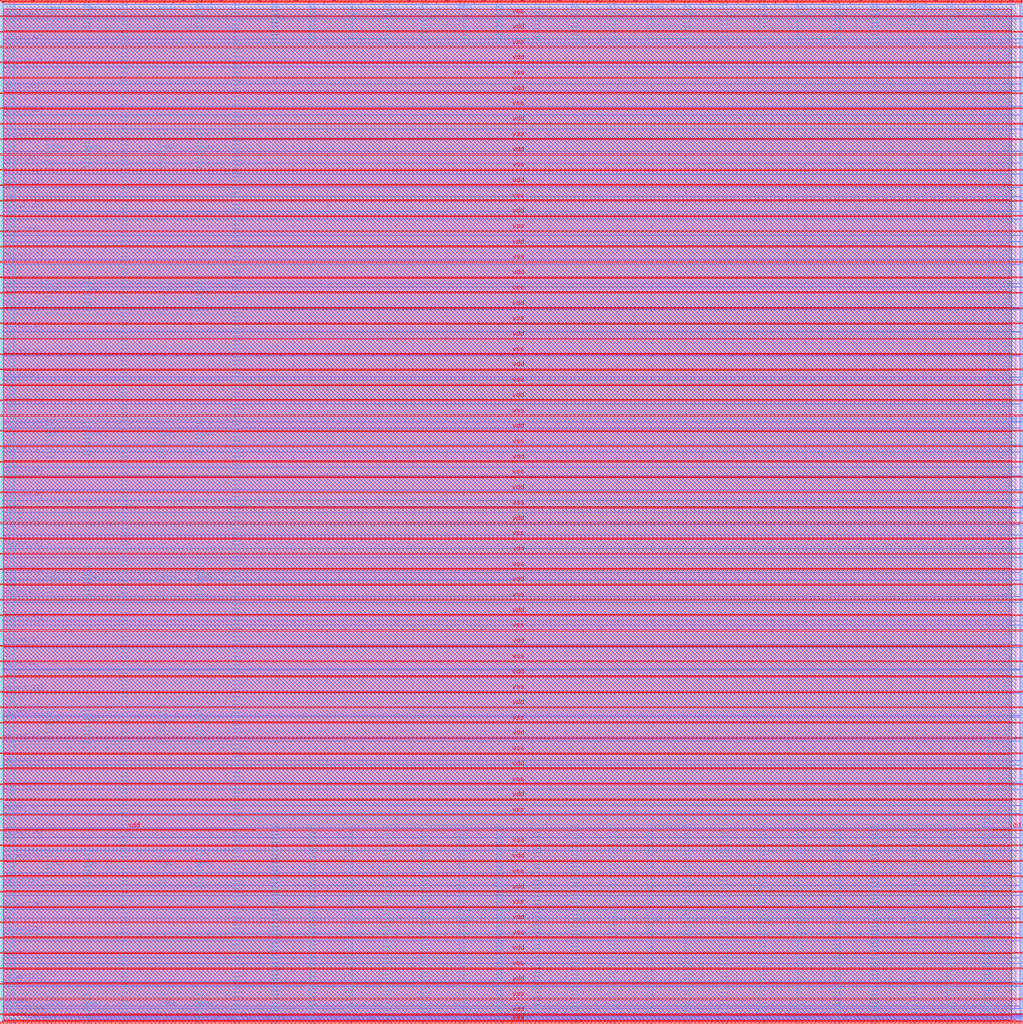
<source format=lef>
VERSION 5.7 ;
  NOWIREEXTENSIONATPIN ON ;
  DIVIDERCHAR "/" ;
  BUSBITCHARS "[]" ;
MACRO user_project_wrapper
  CLASS BLOCK ;
  FOREIGN user_project_wrapper ;
  ORIGIN 0.000 0.000 ;
  SIZE 2980.200 BY 2980.200 ;
  PIN io_in[0]
    DIRECTION INPUT ;
    USE SIGNAL ;
    PORT
      LAYER Metal3 ;
        RECT 2977.800 35.560 2985.000 36.680 ;
    END
  END io_in[0]
  PIN io_in[10]
    DIRECTION INPUT ;
    USE SIGNAL ;
    PORT
      LAYER Metal3 ;
        RECT 2977.800 2017.960 2985.000 2019.080 ;
    END
  END io_in[10]
  PIN io_in[11]
    DIRECTION INPUT ;
    USE SIGNAL ;
    PORT
      LAYER Metal3 ;
        RECT 2977.800 2216.200 2985.000 2217.320 ;
    END
  END io_in[11]
  PIN io_in[12]
    DIRECTION INPUT ;
    USE SIGNAL ;
    PORT
      LAYER Metal3 ;
        RECT 2977.800 2414.440 2985.000 2415.560 ;
    END
  END io_in[12]
  PIN io_in[13]
    DIRECTION INPUT ;
    USE SIGNAL ;
    PORT
      LAYER Metal3 ;
        RECT 2977.800 2612.680 2985.000 2613.800 ;
    END
  END io_in[13]
  PIN io_in[14]
    DIRECTION INPUT ;
    USE SIGNAL ;
    PORT
      LAYER Metal3 ;
        RECT 2977.800 2810.920 2985.000 2812.040 ;
    END
  END io_in[14]
  PIN io_in[15]
    DIRECTION INPUT ;
    USE SIGNAL ;
    PORT
      LAYER Metal2 ;
        RECT 2923.480 2977.800 2924.600 2985.000 ;
    END
  END io_in[15]
  PIN io_in[16]
    DIRECTION INPUT ;
    USE SIGNAL ;
    PORT
      LAYER Metal2 ;
        RECT 2592.520 2977.800 2593.640 2985.000 ;
    END
  END io_in[16]
  PIN io_in[17]
    DIRECTION INPUT ;
    USE SIGNAL ;
    PORT
      LAYER Metal2 ;
        RECT 2261.560 2977.800 2262.680 2985.000 ;
    END
  END io_in[17]
  PIN io_in[18]
    DIRECTION INPUT ;
    USE SIGNAL ;
    PORT
      LAYER Metal2 ;
        RECT 1930.600 2977.800 1931.720 2985.000 ;
    END
  END io_in[18]
  PIN io_in[19]
    DIRECTION INPUT ;
    USE SIGNAL ;
    PORT
      LAYER Metal2 ;
        RECT 1599.640 2977.800 1600.760 2985.000 ;
    END
  END io_in[19]
  PIN io_in[1]
    DIRECTION INPUT ;
    USE SIGNAL ;
    PORT
      LAYER Metal3 ;
        RECT 2977.800 233.800 2985.000 234.920 ;
    END
  END io_in[1]
  PIN io_in[20]
    DIRECTION INPUT ;
    USE SIGNAL ;
    PORT
      LAYER Metal2 ;
        RECT 1268.680 2977.800 1269.800 2985.000 ;
    END
  END io_in[20]
  PIN io_in[21]
    DIRECTION INPUT ;
    USE SIGNAL ;
    PORT
      LAYER Metal2 ;
        RECT 937.720 2977.800 938.840 2985.000 ;
    END
  END io_in[21]
  PIN io_in[22]
    DIRECTION INPUT ;
    USE SIGNAL ;
    PORT
      LAYER Metal2 ;
        RECT 606.760 2977.800 607.880 2985.000 ;
    END
  END io_in[22]
  PIN io_in[23]
    DIRECTION INPUT ;
    USE SIGNAL ;
    PORT
      LAYER Metal2 ;
        RECT 275.800 2977.800 276.920 2985.000 ;
    END
  END io_in[23]
  PIN io_in[24]
    DIRECTION INPUT ;
    USE SIGNAL ;
    PORT
      LAYER Metal3 ;
        RECT -4.800 2935.800 2.400 2936.920 ;
    END
  END io_in[24]
  PIN io_in[25]
    DIRECTION INPUT ;
    USE SIGNAL ;
    PORT
      LAYER Metal3 ;
        RECT -4.800 2724.120 2.400 2725.240 ;
    END
  END io_in[25]
  PIN io_in[26]
    DIRECTION INPUT ;
    USE SIGNAL ;
    PORT
      LAYER Metal3 ;
        RECT -4.800 2512.440 2.400 2513.560 ;
    END
  END io_in[26]
  PIN io_in[27]
    DIRECTION INPUT ;
    USE SIGNAL ;
    PORT
      LAYER Metal3 ;
        RECT -4.800 2300.760 2.400 2301.880 ;
    END
  END io_in[27]
  PIN io_in[28]
    DIRECTION INPUT ;
    USE SIGNAL ;
    PORT
      LAYER Metal3 ;
        RECT -4.800 2089.080 2.400 2090.200 ;
    END
  END io_in[28]
  PIN io_in[29]
    DIRECTION INPUT ;
    USE SIGNAL ;
    PORT
      LAYER Metal3 ;
        RECT -4.800 1877.400 2.400 1878.520 ;
    END
  END io_in[29]
  PIN io_in[2]
    DIRECTION INPUT ;
    USE SIGNAL ;
    PORT
      LAYER Metal3 ;
        RECT 2977.800 432.040 2985.000 433.160 ;
    END
  END io_in[2]
  PIN io_in[30]
    DIRECTION INPUT ;
    USE SIGNAL ;
    PORT
      LAYER Metal3 ;
        RECT -4.800 1665.720 2.400 1666.840 ;
    END
  END io_in[30]
  PIN io_in[31]
    DIRECTION INPUT ;
    USE SIGNAL ;
    PORT
      LAYER Metal3 ;
        RECT -4.800 1454.040 2.400 1455.160 ;
    END
  END io_in[31]
  PIN io_in[32]
    DIRECTION INPUT ;
    USE SIGNAL ;
    PORT
      LAYER Metal3 ;
        RECT -4.800 1242.360 2.400 1243.480 ;
    END
  END io_in[32]
  PIN io_in[33]
    DIRECTION INPUT ;
    USE SIGNAL ;
    PORT
      LAYER Metal3 ;
        RECT -4.800 1030.680 2.400 1031.800 ;
    END
  END io_in[33]
  PIN io_in[34]
    DIRECTION INPUT ;
    USE SIGNAL ;
    PORT
      LAYER Metal3 ;
        RECT -4.800 819.000 2.400 820.120 ;
    END
  END io_in[34]
  PIN io_in[35]
    DIRECTION INPUT ;
    USE SIGNAL ;
    PORT
      LAYER Metal3 ;
        RECT -4.800 607.320 2.400 608.440 ;
    END
  END io_in[35]
  PIN io_in[36]
    DIRECTION INPUT ;
    USE SIGNAL ;
    PORT
      LAYER Metal3 ;
        RECT -4.800 395.640 2.400 396.760 ;
    END
  END io_in[36]
  PIN io_in[37]
    DIRECTION INPUT ;
    USE SIGNAL ;
    PORT
      LAYER Metal3 ;
        RECT -4.800 183.960 2.400 185.080 ;
    END
  END io_in[37]
  PIN io_in[3]
    DIRECTION INPUT ;
    USE SIGNAL ;
    PORT
      LAYER Metal3 ;
        RECT 2977.800 630.280 2985.000 631.400 ;
    END
  END io_in[3]
  PIN io_in[4]
    DIRECTION INPUT ;
    USE SIGNAL ;
    PORT
      LAYER Metal3 ;
        RECT 2977.800 828.520 2985.000 829.640 ;
    END
  END io_in[4]
  PIN io_in[5]
    DIRECTION INPUT ;
    USE SIGNAL ;
    PORT
      LAYER Metal3 ;
        RECT 2977.800 1026.760 2985.000 1027.880 ;
    END
  END io_in[5]
  PIN io_in[6]
    DIRECTION INPUT ;
    USE SIGNAL ;
    PORT
      LAYER Metal3 ;
        RECT 2977.800 1225.000 2985.000 1226.120 ;
    END
  END io_in[6]
  PIN io_in[7]
    DIRECTION INPUT ;
    USE SIGNAL ;
    PORT
      LAYER Metal3 ;
        RECT 2977.800 1423.240 2985.000 1424.360 ;
    END
  END io_in[7]
  PIN io_in[8]
    DIRECTION INPUT ;
    USE SIGNAL ;
    PORT
      LAYER Metal3 ;
        RECT 2977.800 1621.480 2985.000 1622.600 ;
    END
  END io_in[8]
  PIN io_in[9]
    DIRECTION INPUT ;
    USE SIGNAL ;
    PORT
      LAYER Metal3 ;
        RECT 2977.800 1819.720 2985.000 1820.840 ;
    END
  END io_in[9]
  PIN io_oeb[0]
    DIRECTION OUTPUT TRISTATE ;
    USE SIGNAL ;
    PORT
      LAYER Metal3 ;
        RECT 2977.800 167.720 2985.000 168.840 ;
    END
  END io_oeb[0]
  PIN io_oeb[10]
    DIRECTION OUTPUT TRISTATE ;
    USE SIGNAL ;
    PORT
      LAYER Metal3 ;
        RECT 2977.800 2150.120 2985.000 2151.240 ;
    END
  END io_oeb[10]
  PIN io_oeb[11]
    DIRECTION OUTPUT TRISTATE ;
    USE SIGNAL ;
    PORT
      LAYER Metal3 ;
        RECT 2977.800 2348.360 2985.000 2349.480 ;
    END
  END io_oeb[11]
  PIN io_oeb[12]
    DIRECTION OUTPUT TRISTATE ;
    USE SIGNAL ;
    PORT
      LAYER Metal3 ;
        RECT 2977.800 2546.600 2985.000 2547.720 ;
    END
  END io_oeb[12]
  PIN io_oeb[13]
    DIRECTION OUTPUT TRISTATE ;
    USE SIGNAL ;
    PORT
      LAYER Metal3 ;
        RECT 2977.800 2744.840 2985.000 2745.960 ;
    END
  END io_oeb[13]
  PIN io_oeb[14]
    DIRECTION OUTPUT TRISTATE ;
    USE SIGNAL ;
    PORT
      LAYER Metal3 ;
        RECT 2977.800 2943.080 2985.000 2944.200 ;
    END
  END io_oeb[14]
  PIN io_oeb[15]
    DIRECTION OUTPUT TRISTATE ;
    USE SIGNAL ;
    PORT
      LAYER Metal2 ;
        RECT 2702.840 2977.800 2703.960 2985.000 ;
    END
  END io_oeb[15]
  PIN io_oeb[16]
    DIRECTION OUTPUT TRISTATE ;
    USE SIGNAL ;
    PORT
      LAYER Metal2 ;
        RECT 2371.880 2977.800 2373.000 2985.000 ;
    END
  END io_oeb[16]
  PIN io_oeb[17]
    DIRECTION OUTPUT TRISTATE ;
    USE SIGNAL ;
    PORT
      LAYER Metal2 ;
        RECT 2040.920 2977.800 2042.040 2985.000 ;
    END
  END io_oeb[17]
  PIN io_oeb[18]
    DIRECTION OUTPUT TRISTATE ;
    USE SIGNAL ;
    PORT
      LAYER Metal2 ;
        RECT 1709.960 2977.800 1711.080 2985.000 ;
    END
  END io_oeb[18]
  PIN io_oeb[19]
    DIRECTION OUTPUT TRISTATE ;
    USE SIGNAL ;
    PORT
      LAYER Metal2 ;
        RECT 1379.000 2977.800 1380.120 2985.000 ;
    END
  END io_oeb[19]
  PIN io_oeb[1]
    DIRECTION OUTPUT TRISTATE ;
    USE SIGNAL ;
    PORT
      LAYER Metal3 ;
        RECT 2977.800 365.960 2985.000 367.080 ;
    END
  END io_oeb[1]
  PIN io_oeb[20]
    DIRECTION OUTPUT TRISTATE ;
    USE SIGNAL ;
    PORT
      LAYER Metal2 ;
        RECT 1048.040 2977.800 1049.160 2985.000 ;
    END
  END io_oeb[20]
  PIN io_oeb[21]
    DIRECTION OUTPUT TRISTATE ;
    USE SIGNAL ;
    PORT
      LAYER Metal2 ;
        RECT 717.080 2977.800 718.200 2985.000 ;
    END
  END io_oeb[21]
  PIN io_oeb[22]
    DIRECTION OUTPUT TRISTATE ;
    USE SIGNAL ;
    PORT
      LAYER Metal2 ;
        RECT 386.120 2977.800 387.240 2985.000 ;
    END
  END io_oeb[22]
  PIN io_oeb[23]
    DIRECTION OUTPUT TRISTATE ;
    USE SIGNAL ;
    PORT
      LAYER Metal2 ;
        RECT 55.160 2977.800 56.280 2985.000 ;
    END
  END io_oeb[23]
  PIN io_oeb[24]
    DIRECTION OUTPUT TRISTATE ;
    USE SIGNAL ;
    PORT
      LAYER Metal3 ;
        RECT -4.800 2794.680 2.400 2795.800 ;
    END
  END io_oeb[24]
  PIN io_oeb[25]
    DIRECTION OUTPUT TRISTATE ;
    USE SIGNAL ;
    PORT
      LAYER Metal3 ;
        RECT -4.800 2583.000 2.400 2584.120 ;
    END
  END io_oeb[25]
  PIN io_oeb[26]
    DIRECTION OUTPUT TRISTATE ;
    USE SIGNAL ;
    PORT
      LAYER Metal3 ;
        RECT -4.800 2371.320 2.400 2372.440 ;
    END
  END io_oeb[26]
  PIN io_oeb[27]
    DIRECTION OUTPUT TRISTATE ;
    USE SIGNAL ;
    PORT
      LAYER Metal3 ;
        RECT -4.800 2159.640 2.400 2160.760 ;
    END
  END io_oeb[27]
  PIN io_oeb[28]
    DIRECTION OUTPUT TRISTATE ;
    USE SIGNAL ;
    PORT
      LAYER Metal3 ;
        RECT -4.800 1947.960 2.400 1949.080 ;
    END
  END io_oeb[28]
  PIN io_oeb[29]
    DIRECTION OUTPUT TRISTATE ;
    USE SIGNAL ;
    PORT
      LAYER Metal3 ;
        RECT -4.800 1736.280 2.400 1737.400 ;
    END
  END io_oeb[29]
  PIN io_oeb[2]
    DIRECTION OUTPUT TRISTATE ;
    USE SIGNAL ;
    PORT
      LAYER Metal3 ;
        RECT 2977.800 564.200 2985.000 565.320 ;
    END
  END io_oeb[2]
  PIN io_oeb[30]
    DIRECTION OUTPUT TRISTATE ;
    USE SIGNAL ;
    PORT
      LAYER Metal3 ;
        RECT -4.800 1524.600 2.400 1525.720 ;
    END
  END io_oeb[30]
  PIN io_oeb[31]
    DIRECTION OUTPUT TRISTATE ;
    USE SIGNAL ;
    PORT
      LAYER Metal3 ;
        RECT -4.800 1312.920 2.400 1314.040 ;
    END
  END io_oeb[31]
  PIN io_oeb[32]
    DIRECTION OUTPUT TRISTATE ;
    USE SIGNAL ;
    PORT
      LAYER Metal3 ;
        RECT -4.800 1101.240 2.400 1102.360 ;
    END
  END io_oeb[32]
  PIN io_oeb[33]
    DIRECTION OUTPUT TRISTATE ;
    USE SIGNAL ;
    PORT
      LAYER Metal3 ;
        RECT -4.800 889.560 2.400 890.680 ;
    END
  END io_oeb[33]
  PIN io_oeb[34]
    DIRECTION OUTPUT TRISTATE ;
    USE SIGNAL ;
    PORT
      LAYER Metal3 ;
        RECT -4.800 677.880 2.400 679.000 ;
    END
  END io_oeb[34]
  PIN io_oeb[35]
    DIRECTION OUTPUT TRISTATE ;
    USE SIGNAL ;
    PORT
      LAYER Metal3 ;
        RECT -4.800 466.200 2.400 467.320 ;
    END
  END io_oeb[35]
  PIN io_oeb[36]
    DIRECTION OUTPUT TRISTATE ;
    USE SIGNAL ;
    PORT
      LAYER Metal3 ;
        RECT -4.800 254.520 2.400 255.640 ;
    END
  END io_oeb[36]
  PIN io_oeb[37]
    DIRECTION OUTPUT TRISTATE ;
    USE SIGNAL ;
    PORT
      LAYER Metal3 ;
        RECT -4.800 42.840 2.400 43.960 ;
    END
  END io_oeb[37]
  PIN io_oeb[3]
    DIRECTION OUTPUT TRISTATE ;
    USE SIGNAL ;
    PORT
      LAYER Metal3 ;
        RECT 2977.800 762.440 2985.000 763.560 ;
    END
  END io_oeb[3]
  PIN io_oeb[4]
    DIRECTION OUTPUT TRISTATE ;
    USE SIGNAL ;
    PORT
      LAYER Metal3 ;
        RECT 2977.800 960.680 2985.000 961.800 ;
    END
  END io_oeb[4]
  PIN io_oeb[5]
    DIRECTION OUTPUT TRISTATE ;
    USE SIGNAL ;
    PORT
      LAYER Metal3 ;
        RECT 2977.800 1158.920 2985.000 1160.040 ;
    END
  END io_oeb[5]
  PIN io_oeb[6]
    DIRECTION OUTPUT TRISTATE ;
    USE SIGNAL ;
    PORT
      LAYER Metal3 ;
        RECT 2977.800 1357.160 2985.000 1358.280 ;
    END
  END io_oeb[6]
  PIN io_oeb[7]
    DIRECTION OUTPUT TRISTATE ;
    USE SIGNAL ;
    PORT
      LAYER Metal3 ;
        RECT 2977.800 1555.400 2985.000 1556.520 ;
    END
  END io_oeb[7]
  PIN io_oeb[8]
    DIRECTION OUTPUT TRISTATE ;
    USE SIGNAL ;
    PORT
      LAYER Metal3 ;
        RECT 2977.800 1753.640 2985.000 1754.760 ;
    END
  END io_oeb[8]
  PIN io_oeb[9]
    DIRECTION OUTPUT TRISTATE ;
    USE SIGNAL ;
    PORT
      LAYER Metal3 ;
        RECT 2977.800 1951.880 2985.000 1953.000 ;
    END
  END io_oeb[9]
  PIN io_out[0]
    DIRECTION OUTPUT TRISTATE ;
    USE SIGNAL ;
    PORT
      LAYER Metal3 ;
        RECT 2977.800 101.640 2985.000 102.760 ;
    END
  END io_out[0]
  PIN io_out[10]
    DIRECTION OUTPUT TRISTATE ;
    USE SIGNAL ;
    PORT
      LAYER Metal3 ;
        RECT 2977.800 2084.040 2985.000 2085.160 ;
    END
  END io_out[10]
  PIN io_out[11]
    DIRECTION OUTPUT TRISTATE ;
    USE SIGNAL ;
    PORT
      LAYER Metal3 ;
        RECT 2977.800 2282.280 2985.000 2283.400 ;
    END
  END io_out[11]
  PIN io_out[12]
    DIRECTION OUTPUT TRISTATE ;
    USE SIGNAL ;
    PORT
      LAYER Metal3 ;
        RECT 2977.800 2480.520 2985.000 2481.640 ;
    END
  END io_out[12]
  PIN io_out[13]
    DIRECTION OUTPUT TRISTATE ;
    USE SIGNAL ;
    PORT
      LAYER Metal3 ;
        RECT 2977.800 2678.760 2985.000 2679.880 ;
    END
  END io_out[13]
  PIN io_out[14]
    DIRECTION OUTPUT TRISTATE ;
    USE SIGNAL ;
    PORT
      LAYER Metal3 ;
        RECT 2977.800 2877.000 2985.000 2878.120 ;
    END
  END io_out[14]
  PIN io_out[15]
    DIRECTION OUTPUT TRISTATE ;
    USE SIGNAL ;
    PORT
      LAYER Metal2 ;
        RECT 2813.160 2977.800 2814.280 2985.000 ;
    END
  END io_out[15]
  PIN io_out[16]
    DIRECTION OUTPUT TRISTATE ;
    USE SIGNAL ;
    PORT
      LAYER Metal2 ;
        RECT 2482.200 2977.800 2483.320 2985.000 ;
    END
  END io_out[16]
  PIN io_out[17]
    DIRECTION OUTPUT TRISTATE ;
    USE SIGNAL ;
    PORT
      LAYER Metal2 ;
        RECT 2151.240 2977.800 2152.360 2985.000 ;
    END
  END io_out[17]
  PIN io_out[18]
    DIRECTION OUTPUT TRISTATE ;
    USE SIGNAL ;
    PORT
      LAYER Metal2 ;
        RECT 1820.280 2977.800 1821.400 2985.000 ;
    END
  END io_out[18]
  PIN io_out[19]
    DIRECTION OUTPUT TRISTATE ;
    USE SIGNAL ;
    PORT
      LAYER Metal2 ;
        RECT 1489.320 2977.800 1490.440 2985.000 ;
    END
  END io_out[19]
  PIN io_out[1]
    DIRECTION OUTPUT TRISTATE ;
    USE SIGNAL ;
    PORT
      LAYER Metal3 ;
        RECT 2977.800 299.880 2985.000 301.000 ;
    END
  END io_out[1]
  PIN io_out[20]
    DIRECTION OUTPUT TRISTATE ;
    USE SIGNAL ;
    PORT
      LAYER Metal2 ;
        RECT 1158.360 2977.800 1159.480 2985.000 ;
    END
  END io_out[20]
  PIN io_out[21]
    DIRECTION OUTPUT TRISTATE ;
    USE SIGNAL ;
    PORT
      LAYER Metal2 ;
        RECT 827.400 2977.800 828.520 2985.000 ;
    END
  END io_out[21]
  PIN io_out[22]
    DIRECTION OUTPUT TRISTATE ;
    USE SIGNAL ;
    PORT
      LAYER Metal2 ;
        RECT 496.440 2977.800 497.560 2985.000 ;
    END
  END io_out[22]
  PIN io_out[23]
    DIRECTION OUTPUT TRISTATE ;
    USE SIGNAL ;
    PORT
      LAYER Metal2 ;
        RECT 165.480 2977.800 166.600 2985.000 ;
    END
  END io_out[23]
  PIN io_out[24]
    DIRECTION OUTPUT TRISTATE ;
    USE SIGNAL ;
    PORT
      LAYER Metal3 ;
        RECT -4.800 2865.240 2.400 2866.360 ;
    END
  END io_out[24]
  PIN io_out[25]
    DIRECTION OUTPUT TRISTATE ;
    USE SIGNAL ;
    PORT
      LAYER Metal3 ;
        RECT -4.800 2653.560 2.400 2654.680 ;
    END
  END io_out[25]
  PIN io_out[26]
    DIRECTION OUTPUT TRISTATE ;
    USE SIGNAL ;
    PORT
      LAYER Metal3 ;
        RECT -4.800 2441.880 2.400 2443.000 ;
    END
  END io_out[26]
  PIN io_out[27]
    DIRECTION OUTPUT TRISTATE ;
    USE SIGNAL ;
    PORT
      LAYER Metal3 ;
        RECT -4.800 2230.200 2.400 2231.320 ;
    END
  END io_out[27]
  PIN io_out[28]
    DIRECTION OUTPUT TRISTATE ;
    USE SIGNAL ;
    PORT
      LAYER Metal3 ;
        RECT -4.800 2018.520 2.400 2019.640 ;
    END
  END io_out[28]
  PIN io_out[29]
    DIRECTION OUTPUT TRISTATE ;
    USE SIGNAL ;
    PORT
      LAYER Metal3 ;
        RECT -4.800 1806.840 2.400 1807.960 ;
    END
  END io_out[29]
  PIN io_out[2]
    DIRECTION OUTPUT TRISTATE ;
    USE SIGNAL ;
    PORT
      LAYER Metal3 ;
        RECT 2977.800 498.120 2985.000 499.240 ;
    END
  END io_out[2]
  PIN io_out[30]
    DIRECTION OUTPUT TRISTATE ;
    USE SIGNAL ;
    PORT
      LAYER Metal3 ;
        RECT -4.800 1595.160 2.400 1596.280 ;
    END
  END io_out[30]
  PIN io_out[31]
    DIRECTION OUTPUT TRISTATE ;
    USE SIGNAL ;
    PORT
      LAYER Metal3 ;
        RECT -4.800 1383.480 2.400 1384.600 ;
    END
  END io_out[31]
  PIN io_out[32]
    DIRECTION OUTPUT TRISTATE ;
    USE SIGNAL ;
    PORT
      LAYER Metal3 ;
        RECT -4.800 1171.800 2.400 1172.920 ;
    END
  END io_out[32]
  PIN io_out[33]
    DIRECTION OUTPUT TRISTATE ;
    USE SIGNAL ;
    PORT
      LAYER Metal3 ;
        RECT -4.800 960.120 2.400 961.240 ;
    END
  END io_out[33]
  PIN io_out[34]
    DIRECTION OUTPUT TRISTATE ;
    USE SIGNAL ;
    PORT
      LAYER Metal3 ;
        RECT -4.800 748.440 2.400 749.560 ;
    END
  END io_out[34]
  PIN io_out[35]
    DIRECTION OUTPUT TRISTATE ;
    USE SIGNAL ;
    PORT
      LAYER Metal3 ;
        RECT -4.800 536.760 2.400 537.880 ;
    END
  END io_out[35]
  PIN io_out[36]
    DIRECTION OUTPUT TRISTATE ;
    USE SIGNAL ;
    PORT
      LAYER Metal3 ;
        RECT -4.800 325.080 2.400 326.200 ;
    END
  END io_out[36]
  PIN io_out[37]
    DIRECTION OUTPUT TRISTATE ;
    USE SIGNAL ;
    PORT
      LAYER Metal3 ;
        RECT -4.800 113.400 2.400 114.520 ;
    END
  END io_out[37]
  PIN io_out[3]
    DIRECTION OUTPUT TRISTATE ;
    USE SIGNAL ;
    PORT
      LAYER Metal3 ;
        RECT 2977.800 696.360 2985.000 697.480 ;
    END
  END io_out[3]
  PIN io_out[4]
    DIRECTION OUTPUT TRISTATE ;
    USE SIGNAL ;
    PORT
      LAYER Metal3 ;
        RECT 2977.800 894.600 2985.000 895.720 ;
    END
  END io_out[4]
  PIN io_out[5]
    DIRECTION OUTPUT TRISTATE ;
    USE SIGNAL ;
    PORT
      LAYER Metal3 ;
        RECT 2977.800 1092.840 2985.000 1093.960 ;
    END
  END io_out[5]
  PIN io_out[6]
    DIRECTION OUTPUT TRISTATE ;
    USE SIGNAL ;
    PORT
      LAYER Metal3 ;
        RECT 2977.800 1291.080 2985.000 1292.200 ;
    END
  END io_out[6]
  PIN io_out[7]
    DIRECTION OUTPUT TRISTATE ;
    USE SIGNAL ;
    PORT
      LAYER Metal3 ;
        RECT 2977.800 1489.320 2985.000 1490.440 ;
    END
  END io_out[7]
  PIN io_out[8]
    DIRECTION OUTPUT TRISTATE ;
    USE SIGNAL ;
    PORT
      LAYER Metal3 ;
        RECT 2977.800 1687.560 2985.000 1688.680 ;
    END
  END io_out[8]
  PIN io_out[9]
    DIRECTION OUTPUT TRISTATE ;
    USE SIGNAL ;
    PORT
      LAYER Metal3 ;
        RECT 2977.800 1885.800 2985.000 1886.920 ;
    END
  END io_out[9]
  PIN la_data_in[0]
    DIRECTION INPUT ;
    USE SIGNAL ;
    PORT
      LAYER Metal2 ;
        RECT 1065.960 -4.800 1067.080 2.400 ;
    END
  END la_data_in[0]
  PIN la_data_in[10]
    DIRECTION INPUT ;
    USE SIGNAL ;
    PORT
      LAYER Metal2 ;
        RECT 1351.560 -4.800 1352.680 2.400 ;
    END
  END la_data_in[10]
  PIN la_data_in[11]
    DIRECTION INPUT ;
    USE SIGNAL ;
    PORT
      LAYER Metal2 ;
        RECT 1380.120 -4.800 1381.240 2.400 ;
    END
  END la_data_in[11]
  PIN la_data_in[12]
    DIRECTION INPUT ;
    USE SIGNAL ;
    PORT
      LAYER Metal2 ;
        RECT 1408.680 -4.800 1409.800 2.400 ;
    END
  END la_data_in[12]
  PIN la_data_in[13]
    DIRECTION INPUT ;
    USE SIGNAL ;
    PORT
      LAYER Metal2 ;
        RECT 1437.240 -4.800 1438.360 2.400 ;
    END
  END la_data_in[13]
  PIN la_data_in[14]
    DIRECTION INPUT ;
    USE SIGNAL ;
    PORT
      LAYER Metal2 ;
        RECT 1465.800 -4.800 1466.920 2.400 ;
    END
  END la_data_in[14]
  PIN la_data_in[15]
    DIRECTION INPUT ;
    USE SIGNAL ;
    PORT
      LAYER Metal2 ;
        RECT 1494.360 -4.800 1495.480 2.400 ;
    END
  END la_data_in[15]
  PIN la_data_in[16]
    DIRECTION INPUT ;
    USE SIGNAL ;
    PORT
      LAYER Metal2 ;
        RECT 1522.920 -4.800 1524.040 2.400 ;
    END
  END la_data_in[16]
  PIN la_data_in[17]
    DIRECTION INPUT ;
    USE SIGNAL ;
    PORT
      LAYER Metal2 ;
        RECT 1551.480 -4.800 1552.600 2.400 ;
    END
  END la_data_in[17]
  PIN la_data_in[18]
    DIRECTION INPUT ;
    USE SIGNAL ;
    PORT
      LAYER Metal2 ;
        RECT 1580.040 -4.800 1581.160 2.400 ;
    END
  END la_data_in[18]
  PIN la_data_in[19]
    DIRECTION INPUT ;
    USE SIGNAL ;
    PORT
      LAYER Metal2 ;
        RECT 1608.600 -4.800 1609.720 2.400 ;
    END
  END la_data_in[19]
  PIN la_data_in[1]
    DIRECTION INPUT ;
    USE SIGNAL ;
    PORT
      LAYER Metal2 ;
        RECT 1094.520 -4.800 1095.640 2.400 ;
    END
  END la_data_in[1]
  PIN la_data_in[20]
    DIRECTION INPUT ;
    USE SIGNAL ;
    PORT
      LAYER Metal2 ;
        RECT 1637.160 -4.800 1638.280 2.400 ;
    END
  END la_data_in[20]
  PIN la_data_in[21]
    DIRECTION INPUT ;
    USE SIGNAL ;
    PORT
      LAYER Metal2 ;
        RECT 1665.720 -4.800 1666.840 2.400 ;
    END
  END la_data_in[21]
  PIN la_data_in[22]
    DIRECTION INPUT ;
    USE SIGNAL ;
    PORT
      LAYER Metal2 ;
        RECT 1694.280 -4.800 1695.400 2.400 ;
    END
  END la_data_in[22]
  PIN la_data_in[23]
    DIRECTION INPUT ;
    USE SIGNAL ;
    PORT
      LAYER Metal2 ;
        RECT 1722.840 -4.800 1723.960 2.400 ;
    END
  END la_data_in[23]
  PIN la_data_in[24]
    DIRECTION INPUT ;
    USE SIGNAL ;
    PORT
      LAYER Metal2 ;
        RECT 1751.400 -4.800 1752.520 2.400 ;
    END
  END la_data_in[24]
  PIN la_data_in[25]
    DIRECTION INPUT ;
    USE SIGNAL ;
    PORT
      LAYER Metal2 ;
        RECT 1779.960 -4.800 1781.080 2.400 ;
    END
  END la_data_in[25]
  PIN la_data_in[26]
    DIRECTION INPUT ;
    USE SIGNAL ;
    PORT
      LAYER Metal2 ;
        RECT 1808.520 -4.800 1809.640 2.400 ;
    END
  END la_data_in[26]
  PIN la_data_in[27]
    DIRECTION INPUT ;
    USE SIGNAL ;
    PORT
      LAYER Metal2 ;
        RECT 1837.080 -4.800 1838.200 2.400 ;
    END
  END la_data_in[27]
  PIN la_data_in[28]
    DIRECTION INPUT ;
    USE SIGNAL ;
    PORT
      LAYER Metal2 ;
        RECT 1865.640 -4.800 1866.760 2.400 ;
    END
  END la_data_in[28]
  PIN la_data_in[29]
    DIRECTION INPUT ;
    USE SIGNAL ;
    PORT
      LAYER Metal2 ;
        RECT 1894.200 -4.800 1895.320 2.400 ;
    END
  END la_data_in[29]
  PIN la_data_in[2]
    DIRECTION INPUT ;
    USE SIGNAL ;
    PORT
      LAYER Metal2 ;
        RECT 1123.080 -4.800 1124.200 2.400 ;
    END
  END la_data_in[2]
  PIN la_data_in[30]
    DIRECTION INPUT ;
    USE SIGNAL ;
    PORT
      LAYER Metal2 ;
        RECT 1922.760 -4.800 1923.880 2.400 ;
    END
  END la_data_in[30]
  PIN la_data_in[31]
    DIRECTION INPUT ;
    USE SIGNAL ;
    PORT
      LAYER Metal2 ;
        RECT 1951.320 -4.800 1952.440 2.400 ;
    END
  END la_data_in[31]
  PIN la_data_in[32]
    DIRECTION INPUT ;
    USE SIGNAL ;
    PORT
      LAYER Metal2 ;
        RECT 1979.880 -4.800 1981.000 2.400 ;
    END
  END la_data_in[32]
  PIN la_data_in[33]
    DIRECTION INPUT ;
    USE SIGNAL ;
    PORT
      LAYER Metal2 ;
        RECT 2008.440 -4.800 2009.560 2.400 ;
    END
  END la_data_in[33]
  PIN la_data_in[34]
    DIRECTION INPUT ;
    USE SIGNAL ;
    PORT
      LAYER Metal2 ;
        RECT 2037.000 -4.800 2038.120 2.400 ;
    END
  END la_data_in[34]
  PIN la_data_in[35]
    DIRECTION INPUT ;
    USE SIGNAL ;
    PORT
      LAYER Metal2 ;
        RECT 2065.560 -4.800 2066.680 2.400 ;
    END
  END la_data_in[35]
  PIN la_data_in[36]
    DIRECTION INPUT ;
    USE SIGNAL ;
    PORT
      LAYER Metal2 ;
        RECT 2094.120 -4.800 2095.240 2.400 ;
    END
  END la_data_in[36]
  PIN la_data_in[37]
    DIRECTION INPUT ;
    USE SIGNAL ;
    PORT
      LAYER Metal2 ;
        RECT 2122.680 -4.800 2123.800 2.400 ;
    END
  END la_data_in[37]
  PIN la_data_in[38]
    DIRECTION INPUT ;
    USE SIGNAL ;
    PORT
      LAYER Metal2 ;
        RECT 2151.240 -4.800 2152.360 2.400 ;
    END
  END la_data_in[38]
  PIN la_data_in[39]
    DIRECTION INPUT ;
    USE SIGNAL ;
    PORT
      LAYER Metal2 ;
        RECT 2179.800 -4.800 2180.920 2.400 ;
    END
  END la_data_in[39]
  PIN la_data_in[3]
    DIRECTION INPUT ;
    USE SIGNAL ;
    PORT
      LAYER Metal2 ;
        RECT 1151.640 -4.800 1152.760 2.400 ;
    END
  END la_data_in[3]
  PIN la_data_in[40]
    DIRECTION INPUT ;
    USE SIGNAL ;
    PORT
      LAYER Metal2 ;
        RECT 2208.360 -4.800 2209.480 2.400 ;
    END
  END la_data_in[40]
  PIN la_data_in[41]
    DIRECTION INPUT ;
    USE SIGNAL ;
    PORT
      LAYER Metal2 ;
        RECT 2236.920 -4.800 2238.040 2.400 ;
    END
  END la_data_in[41]
  PIN la_data_in[42]
    DIRECTION INPUT ;
    USE SIGNAL ;
    PORT
      LAYER Metal2 ;
        RECT 2265.480 -4.800 2266.600 2.400 ;
    END
  END la_data_in[42]
  PIN la_data_in[43]
    DIRECTION INPUT ;
    USE SIGNAL ;
    PORT
      LAYER Metal2 ;
        RECT 2294.040 -4.800 2295.160 2.400 ;
    END
  END la_data_in[43]
  PIN la_data_in[44]
    DIRECTION INPUT ;
    USE SIGNAL ;
    PORT
      LAYER Metal2 ;
        RECT 2322.600 -4.800 2323.720 2.400 ;
    END
  END la_data_in[44]
  PIN la_data_in[45]
    DIRECTION INPUT ;
    USE SIGNAL ;
    PORT
      LAYER Metal2 ;
        RECT 2351.160 -4.800 2352.280 2.400 ;
    END
  END la_data_in[45]
  PIN la_data_in[46]
    DIRECTION INPUT ;
    USE SIGNAL ;
    PORT
      LAYER Metal2 ;
        RECT 2379.720 -4.800 2380.840 2.400 ;
    END
  END la_data_in[46]
  PIN la_data_in[47]
    DIRECTION INPUT ;
    USE SIGNAL ;
    PORT
      LAYER Metal2 ;
        RECT 2408.280 -4.800 2409.400 2.400 ;
    END
  END la_data_in[47]
  PIN la_data_in[48]
    DIRECTION INPUT ;
    USE SIGNAL ;
    PORT
      LAYER Metal2 ;
        RECT 2436.840 -4.800 2437.960 2.400 ;
    END
  END la_data_in[48]
  PIN la_data_in[49]
    DIRECTION INPUT ;
    USE SIGNAL ;
    PORT
      LAYER Metal2 ;
        RECT 2465.400 -4.800 2466.520 2.400 ;
    END
  END la_data_in[49]
  PIN la_data_in[4]
    DIRECTION INPUT ;
    USE SIGNAL ;
    PORT
      LAYER Metal2 ;
        RECT 1180.200 -4.800 1181.320 2.400 ;
    END
  END la_data_in[4]
  PIN la_data_in[50]
    DIRECTION INPUT ;
    USE SIGNAL ;
    PORT
      LAYER Metal2 ;
        RECT 2493.960 -4.800 2495.080 2.400 ;
    END
  END la_data_in[50]
  PIN la_data_in[51]
    DIRECTION INPUT ;
    USE SIGNAL ;
    PORT
      LAYER Metal2 ;
        RECT 2522.520 -4.800 2523.640 2.400 ;
    END
  END la_data_in[51]
  PIN la_data_in[52]
    DIRECTION INPUT ;
    USE SIGNAL ;
    PORT
      LAYER Metal2 ;
        RECT 2551.080 -4.800 2552.200 2.400 ;
    END
  END la_data_in[52]
  PIN la_data_in[53]
    DIRECTION INPUT ;
    USE SIGNAL ;
    PORT
      LAYER Metal2 ;
        RECT 2579.640 -4.800 2580.760 2.400 ;
    END
  END la_data_in[53]
  PIN la_data_in[54]
    DIRECTION INPUT ;
    USE SIGNAL ;
    PORT
      LAYER Metal2 ;
        RECT 2608.200 -4.800 2609.320 2.400 ;
    END
  END la_data_in[54]
  PIN la_data_in[55]
    DIRECTION INPUT ;
    USE SIGNAL ;
    PORT
      LAYER Metal2 ;
        RECT 2636.760 -4.800 2637.880 2.400 ;
    END
  END la_data_in[55]
  PIN la_data_in[56]
    DIRECTION INPUT ;
    USE SIGNAL ;
    PORT
      LAYER Metal2 ;
        RECT 2665.320 -4.800 2666.440 2.400 ;
    END
  END la_data_in[56]
  PIN la_data_in[57]
    DIRECTION INPUT ;
    USE SIGNAL ;
    PORT
      LAYER Metal2 ;
        RECT 2693.880 -4.800 2695.000 2.400 ;
    END
  END la_data_in[57]
  PIN la_data_in[58]
    DIRECTION INPUT ;
    USE SIGNAL ;
    PORT
      LAYER Metal2 ;
        RECT 2722.440 -4.800 2723.560 2.400 ;
    END
  END la_data_in[58]
  PIN la_data_in[59]
    DIRECTION INPUT ;
    USE SIGNAL ;
    PORT
      LAYER Metal2 ;
        RECT 2751.000 -4.800 2752.120 2.400 ;
    END
  END la_data_in[59]
  PIN la_data_in[5]
    DIRECTION INPUT ;
    USE SIGNAL ;
    PORT
      LAYER Metal2 ;
        RECT 1208.760 -4.800 1209.880 2.400 ;
    END
  END la_data_in[5]
  PIN la_data_in[60]
    DIRECTION INPUT ;
    USE SIGNAL ;
    PORT
      LAYER Metal2 ;
        RECT 2779.560 -4.800 2780.680 2.400 ;
    END
  END la_data_in[60]
  PIN la_data_in[61]
    DIRECTION INPUT ;
    USE SIGNAL ;
    PORT
      LAYER Metal2 ;
        RECT 2808.120 -4.800 2809.240 2.400 ;
    END
  END la_data_in[61]
  PIN la_data_in[62]
    DIRECTION INPUT ;
    USE SIGNAL ;
    PORT
      LAYER Metal2 ;
        RECT 2836.680 -4.800 2837.800 2.400 ;
    END
  END la_data_in[62]
  PIN la_data_in[63]
    DIRECTION INPUT ;
    USE SIGNAL ;
    PORT
      LAYER Metal2 ;
        RECT 2865.240 -4.800 2866.360 2.400 ;
    END
  END la_data_in[63]
  PIN la_data_in[6]
    DIRECTION INPUT ;
    USE SIGNAL ;
    PORT
      LAYER Metal2 ;
        RECT 1237.320 -4.800 1238.440 2.400 ;
    END
  END la_data_in[6]
  PIN la_data_in[7]
    DIRECTION INPUT ;
    USE SIGNAL ;
    PORT
      LAYER Metal2 ;
        RECT 1265.880 -4.800 1267.000 2.400 ;
    END
  END la_data_in[7]
  PIN la_data_in[8]
    DIRECTION INPUT ;
    USE SIGNAL ;
    PORT
      LAYER Metal2 ;
        RECT 1294.440 -4.800 1295.560 2.400 ;
    END
  END la_data_in[8]
  PIN la_data_in[9]
    DIRECTION INPUT ;
    USE SIGNAL ;
    PORT
      LAYER Metal2 ;
        RECT 1323.000 -4.800 1324.120 2.400 ;
    END
  END la_data_in[9]
  PIN la_data_out[0]
    DIRECTION OUTPUT TRISTATE ;
    USE SIGNAL ;
    PORT
      LAYER Metal2 ;
        RECT 1075.480 -4.800 1076.600 2.400 ;
    END
  END la_data_out[0]
  PIN la_data_out[10]
    DIRECTION OUTPUT TRISTATE ;
    USE SIGNAL ;
    PORT
      LAYER Metal2 ;
        RECT 1361.080 -4.800 1362.200 2.400 ;
    END
  END la_data_out[10]
  PIN la_data_out[11]
    DIRECTION OUTPUT TRISTATE ;
    USE SIGNAL ;
    PORT
      LAYER Metal2 ;
        RECT 1389.640 -4.800 1390.760 2.400 ;
    END
  END la_data_out[11]
  PIN la_data_out[12]
    DIRECTION OUTPUT TRISTATE ;
    USE SIGNAL ;
    PORT
      LAYER Metal2 ;
        RECT 1418.200 -4.800 1419.320 2.400 ;
    END
  END la_data_out[12]
  PIN la_data_out[13]
    DIRECTION OUTPUT TRISTATE ;
    USE SIGNAL ;
    PORT
      LAYER Metal2 ;
        RECT 1446.760 -4.800 1447.880 2.400 ;
    END
  END la_data_out[13]
  PIN la_data_out[14]
    DIRECTION OUTPUT TRISTATE ;
    USE SIGNAL ;
    PORT
      LAYER Metal2 ;
        RECT 1475.320 -4.800 1476.440 2.400 ;
    END
  END la_data_out[14]
  PIN la_data_out[15]
    DIRECTION OUTPUT TRISTATE ;
    USE SIGNAL ;
    PORT
      LAYER Metal2 ;
        RECT 1503.880 -4.800 1505.000 2.400 ;
    END
  END la_data_out[15]
  PIN la_data_out[16]
    DIRECTION OUTPUT TRISTATE ;
    USE SIGNAL ;
    PORT
      LAYER Metal2 ;
        RECT 1532.440 -4.800 1533.560 2.400 ;
    END
  END la_data_out[16]
  PIN la_data_out[17]
    DIRECTION OUTPUT TRISTATE ;
    USE SIGNAL ;
    PORT
      LAYER Metal2 ;
        RECT 1561.000 -4.800 1562.120 2.400 ;
    END
  END la_data_out[17]
  PIN la_data_out[18]
    DIRECTION OUTPUT TRISTATE ;
    USE SIGNAL ;
    PORT
      LAYER Metal2 ;
        RECT 1589.560 -4.800 1590.680 2.400 ;
    END
  END la_data_out[18]
  PIN la_data_out[19]
    DIRECTION OUTPUT TRISTATE ;
    USE SIGNAL ;
    PORT
      LAYER Metal2 ;
        RECT 1618.120 -4.800 1619.240 2.400 ;
    END
  END la_data_out[19]
  PIN la_data_out[1]
    DIRECTION OUTPUT TRISTATE ;
    USE SIGNAL ;
    PORT
      LAYER Metal2 ;
        RECT 1104.040 -4.800 1105.160 2.400 ;
    END
  END la_data_out[1]
  PIN la_data_out[20]
    DIRECTION OUTPUT TRISTATE ;
    USE SIGNAL ;
    PORT
      LAYER Metal2 ;
        RECT 1646.680 -4.800 1647.800 2.400 ;
    END
  END la_data_out[20]
  PIN la_data_out[21]
    DIRECTION OUTPUT TRISTATE ;
    USE SIGNAL ;
    PORT
      LAYER Metal2 ;
        RECT 1675.240 -4.800 1676.360 2.400 ;
    END
  END la_data_out[21]
  PIN la_data_out[22]
    DIRECTION OUTPUT TRISTATE ;
    USE SIGNAL ;
    PORT
      LAYER Metal2 ;
        RECT 1703.800 -4.800 1704.920 2.400 ;
    END
  END la_data_out[22]
  PIN la_data_out[23]
    DIRECTION OUTPUT TRISTATE ;
    USE SIGNAL ;
    PORT
      LAYER Metal2 ;
        RECT 1732.360 -4.800 1733.480 2.400 ;
    END
  END la_data_out[23]
  PIN la_data_out[24]
    DIRECTION OUTPUT TRISTATE ;
    USE SIGNAL ;
    PORT
      LAYER Metal2 ;
        RECT 1760.920 -4.800 1762.040 2.400 ;
    END
  END la_data_out[24]
  PIN la_data_out[25]
    DIRECTION OUTPUT TRISTATE ;
    USE SIGNAL ;
    PORT
      LAYER Metal2 ;
        RECT 1789.480 -4.800 1790.600 2.400 ;
    END
  END la_data_out[25]
  PIN la_data_out[26]
    DIRECTION OUTPUT TRISTATE ;
    USE SIGNAL ;
    PORT
      LAYER Metal2 ;
        RECT 1818.040 -4.800 1819.160 2.400 ;
    END
  END la_data_out[26]
  PIN la_data_out[27]
    DIRECTION OUTPUT TRISTATE ;
    USE SIGNAL ;
    PORT
      LAYER Metal2 ;
        RECT 1846.600 -4.800 1847.720 2.400 ;
    END
  END la_data_out[27]
  PIN la_data_out[28]
    DIRECTION OUTPUT TRISTATE ;
    USE SIGNAL ;
    PORT
      LAYER Metal2 ;
        RECT 1875.160 -4.800 1876.280 2.400 ;
    END
  END la_data_out[28]
  PIN la_data_out[29]
    DIRECTION OUTPUT TRISTATE ;
    USE SIGNAL ;
    PORT
      LAYER Metal2 ;
        RECT 1903.720 -4.800 1904.840 2.400 ;
    END
  END la_data_out[29]
  PIN la_data_out[2]
    DIRECTION OUTPUT TRISTATE ;
    USE SIGNAL ;
    PORT
      LAYER Metal2 ;
        RECT 1132.600 -4.800 1133.720 2.400 ;
    END
  END la_data_out[2]
  PIN la_data_out[30]
    DIRECTION OUTPUT TRISTATE ;
    USE SIGNAL ;
    PORT
      LAYER Metal2 ;
        RECT 1932.280 -4.800 1933.400 2.400 ;
    END
  END la_data_out[30]
  PIN la_data_out[31]
    DIRECTION OUTPUT TRISTATE ;
    USE SIGNAL ;
    PORT
      LAYER Metal2 ;
        RECT 1960.840 -4.800 1961.960 2.400 ;
    END
  END la_data_out[31]
  PIN la_data_out[32]
    DIRECTION OUTPUT TRISTATE ;
    USE SIGNAL ;
    PORT
      LAYER Metal2 ;
        RECT 1989.400 -4.800 1990.520 2.400 ;
    END
  END la_data_out[32]
  PIN la_data_out[33]
    DIRECTION OUTPUT TRISTATE ;
    USE SIGNAL ;
    PORT
      LAYER Metal2 ;
        RECT 2017.960 -4.800 2019.080 2.400 ;
    END
  END la_data_out[33]
  PIN la_data_out[34]
    DIRECTION OUTPUT TRISTATE ;
    USE SIGNAL ;
    PORT
      LAYER Metal2 ;
        RECT 2046.520 -4.800 2047.640 2.400 ;
    END
  END la_data_out[34]
  PIN la_data_out[35]
    DIRECTION OUTPUT TRISTATE ;
    USE SIGNAL ;
    PORT
      LAYER Metal2 ;
        RECT 2075.080 -4.800 2076.200 2.400 ;
    END
  END la_data_out[35]
  PIN la_data_out[36]
    DIRECTION OUTPUT TRISTATE ;
    USE SIGNAL ;
    PORT
      LAYER Metal2 ;
        RECT 2103.640 -4.800 2104.760 2.400 ;
    END
  END la_data_out[36]
  PIN la_data_out[37]
    DIRECTION OUTPUT TRISTATE ;
    USE SIGNAL ;
    PORT
      LAYER Metal2 ;
        RECT 2132.200 -4.800 2133.320 2.400 ;
    END
  END la_data_out[37]
  PIN la_data_out[38]
    DIRECTION OUTPUT TRISTATE ;
    USE SIGNAL ;
    PORT
      LAYER Metal2 ;
        RECT 2160.760 -4.800 2161.880 2.400 ;
    END
  END la_data_out[38]
  PIN la_data_out[39]
    DIRECTION OUTPUT TRISTATE ;
    USE SIGNAL ;
    PORT
      LAYER Metal2 ;
        RECT 2189.320 -4.800 2190.440 2.400 ;
    END
  END la_data_out[39]
  PIN la_data_out[3]
    DIRECTION OUTPUT TRISTATE ;
    USE SIGNAL ;
    PORT
      LAYER Metal2 ;
        RECT 1161.160 -4.800 1162.280 2.400 ;
    END
  END la_data_out[3]
  PIN la_data_out[40]
    DIRECTION OUTPUT TRISTATE ;
    USE SIGNAL ;
    PORT
      LAYER Metal2 ;
        RECT 2217.880 -4.800 2219.000 2.400 ;
    END
  END la_data_out[40]
  PIN la_data_out[41]
    DIRECTION OUTPUT TRISTATE ;
    USE SIGNAL ;
    PORT
      LAYER Metal2 ;
        RECT 2246.440 -4.800 2247.560 2.400 ;
    END
  END la_data_out[41]
  PIN la_data_out[42]
    DIRECTION OUTPUT TRISTATE ;
    USE SIGNAL ;
    PORT
      LAYER Metal2 ;
        RECT 2275.000 -4.800 2276.120 2.400 ;
    END
  END la_data_out[42]
  PIN la_data_out[43]
    DIRECTION OUTPUT TRISTATE ;
    USE SIGNAL ;
    PORT
      LAYER Metal2 ;
        RECT 2303.560 -4.800 2304.680 2.400 ;
    END
  END la_data_out[43]
  PIN la_data_out[44]
    DIRECTION OUTPUT TRISTATE ;
    USE SIGNAL ;
    PORT
      LAYER Metal2 ;
        RECT 2332.120 -4.800 2333.240 2.400 ;
    END
  END la_data_out[44]
  PIN la_data_out[45]
    DIRECTION OUTPUT TRISTATE ;
    USE SIGNAL ;
    PORT
      LAYER Metal2 ;
        RECT 2360.680 -4.800 2361.800 2.400 ;
    END
  END la_data_out[45]
  PIN la_data_out[46]
    DIRECTION OUTPUT TRISTATE ;
    USE SIGNAL ;
    PORT
      LAYER Metal2 ;
        RECT 2389.240 -4.800 2390.360 2.400 ;
    END
  END la_data_out[46]
  PIN la_data_out[47]
    DIRECTION OUTPUT TRISTATE ;
    USE SIGNAL ;
    PORT
      LAYER Metal2 ;
        RECT 2417.800 -4.800 2418.920 2.400 ;
    END
  END la_data_out[47]
  PIN la_data_out[48]
    DIRECTION OUTPUT TRISTATE ;
    USE SIGNAL ;
    PORT
      LAYER Metal2 ;
        RECT 2446.360 -4.800 2447.480 2.400 ;
    END
  END la_data_out[48]
  PIN la_data_out[49]
    DIRECTION OUTPUT TRISTATE ;
    USE SIGNAL ;
    PORT
      LAYER Metal2 ;
        RECT 2474.920 -4.800 2476.040 2.400 ;
    END
  END la_data_out[49]
  PIN la_data_out[4]
    DIRECTION OUTPUT TRISTATE ;
    USE SIGNAL ;
    PORT
      LAYER Metal2 ;
        RECT 1189.720 -4.800 1190.840 2.400 ;
    END
  END la_data_out[4]
  PIN la_data_out[50]
    DIRECTION OUTPUT TRISTATE ;
    USE SIGNAL ;
    PORT
      LAYER Metal2 ;
        RECT 2503.480 -4.800 2504.600 2.400 ;
    END
  END la_data_out[50]
  PIN la_data_out[51]
    DIRECTION OUTPUT TRISTATE ;
    USE SIGNAL ;
    PORT
      LAYER Metal2 ;
        RECT 2532.040 -4.800 2533.160 2.400 ;
    END
  END la_data_out[51]
  PIN la_data_out[52]
    DIRECTION OUTPUT TRISTATE ;
    USE SIGNAL ;
    PORT
      LAYER Metal2 ;
        RECT 2560.600 -4.800 2561.720 2.400 ;
    END
  END la_data_out[52]
  PIN la_data_out[53]
    DIRECTION OUTPUT TRISTATE ;
    USE SIGNAL ;
    PORT
      LAYER Metal2 ;
        RECT 2589.160 -4.800 2590.280 2.400 ;
    END
  END la_data_out[53]
  PIN la_data_out[54]
    DIRECTION OUTPUT TRISTATE ;
    USE SIGNAL ;
    PORT
      LAYER Metal2 ;
        RECT 2617.720 -4.800 2618.840 2.400 ;
    END
  END la_data_out[54]
  PIN la_data_out[55]
    DIRECTION OUTPUT TRISTATE ;
    USE SIGNAL ;
    PORT
      LAYER Metal2 ;
        RECT 2646.280 -4.800 2647.400 2.400 ;
    END
  END la_data_out[55]
  PIN la_data_out[56]
    DIRECTION OUTPUT TRISTATE ;
    USE SIGNAL ;
    PORT
      LAYER Metal2 ;
        RECT 2674.840 -4.800 2675.960 2.400 ;
    END
  END la_data_out[56]
  PIN la_data_out[57]
    DIRECTION OUTPUT TRISTATE ;
    USE SIGNAL ;
    PORT
      LAYER Metal2 ;
        RECT 2703.400 -4.800 2704.520 2.400 ;
    END
  END la_data_out[57]
  PIN la_data_out[58]
    DIRECTION OUTPUT TRISTATE ;
    USE SIGNAL ;
    PORT
      LAYER Metal2 ;
        RECT 2731.960 -4.800 2733.080 2.400 ;
    END
  END la_data_out[58]
  PIN la_data_out[59]
    DIRECTION OUTPUT TRISTATE ;
    USE SIGNAL ;
    PORT
      LAYER Metal2 ;
        RECT 2760.520 -4.800 2761.640 2.400 ;
    END
  END la_data_out[59]
  PIN la_data_out[5]
    DIRECTION OUTPUT TRISTATE ;
    USE SIGNAL ;
    PORT
      LAYER Metal2 ;
        RECT 1218.280 -4.800 1219.400 2.400 ;
    END
  END la_data_out[5]
  PIN la_data_out[60]
    DIRECTION OUTPUT TRISTATE ;
    USE SIGNAL ;
    PORT
      LAYER Metal2 ;
        RECT 2789.080 -4.800 2790.200 2.400 ;
    END
  END la_data_out[60]
  PIN la_data_out[61]
    DIRECTION OUTPUT TRISTATE ;
    USE SIGNAL ;
    PORT
      LAYER Metal2 ;
        RECT 2817.640 -4.800 2818.760 2.400 ;
    END
  END la_data_out[61]
  PIN la_data_out[62]
    DIRECTION OUTPUT TRISTATE ;
    USE SIGNAL ;
    PORT
      LAYER Metal2 ;
        RECT 2846.200 -4.800 2847.320 2.400 ;
    END
  END la_data_out[62]
  PIN la_data_out[63]
    DIRECTION OUTPUT TRISTATE ;
    USE SIGNAL ;
    PORT
      LAYER Metal2 ;
        RECT 2874.760 -4.800 2875.880 2.400 ;
    END
  END la_data_out[63]
  PIN la_data_out[6]
    DIRECTION OUTPUT TRISTATE ;
    USE SIGNAL ;
    PORT
      LAYER Metal2 ;
        RECT 1246.840 -4.800 1247.960 2.400 ;
    END
  END la_data_out[6]
  PIN la_data_out[7]
    DIRECTION OUTPUT TRISTATE ;
    USE SIGNAL ;
    PORT
      LAYER Metal2 ;
        RECT 1275.400 -4.800 1276.520 2.400 ;
    END
  END la_data_out[7]
  PIN la_data_out[8]
    DIRECTION OUTPUT TRISTATE ;
    USE SIGNAL ;
    PORT
      LAYER Metal2 ;
        RECT 1303.960 -4.800 1305.080 2.400 ;
    END
  END la_data_out[8]
  PIN la_data_out[9]
    DIRECTION OUTPUT TRISTATE ;
    USE SIGNAL ;
    PORT
      LAYER Metal2 ;
        RECT 1332.520 -4.800 1333.640 2.400 ;
    END
  END la_data_out[9]
  PIN la_oenb[0]
    DIRECTION INPUT ;
    USE SIGNAL ;
    PORT
      LAYER Metal2 ;
        RECT 1085.000 -4.800 1086.120 2.400 ;
    END
  END la_oenb[0]
  PIN la_oenb[10]
    DIRECTION INPUT ;
    USE SIGNAL ;
    PORT
      LAYER Metal2 ;
        RECT 1370.600 -4.800 1371.720 2.400 ;
    END
  END la_oenb[10]
  PIN la_oenb[11]
    DIRECTION INPUT ;
    USE SIGNAL ;
    PORT
      LAYER Metal2 ;
        RECT 1399.160 -4.800 1400.280 2.400 ;
    END
  END la_oenb[11]
  PIN la_oenb[12]
    DIRECTION INPUT ;
    USE SIGNAL ;
    PORT
      LAYER Metal2 ;
        RECT 1427.720 -4.800 1428.840 2.400 ;
    END
  END la_oenb[12]
  PIN la_oenb[13]
    DIRECTION INPUT ;
    USE SIGNAL ;
    PORT
      LAYER Metal2 ;
        RECT 1456.280 -4.800 1457.400 2.400 ;
    END
  END la_oenb[13]
  PIN la_oenb[14]
    DIRECTION INPUT ;
    USE SIGNAL ;
    PORT
      LAYER Metal2 ;
        RECT 1484.840 -4.800 1485.960 2.400 ;
    END
  END la_oenb[14]
  PIN la_oenb[15]
    DIRECTION INPUT ;
    USE SIGNAL ;
    PORT
      LAYER Metal2 ;
        RECT 1513.400 -4.800 1514.520 2.400 ;
    END
  END la_oenb[15]
  PIN la_oenb[16]
    DIRECTION INPUT ;
    USE SIGNAL ;
    PORT
      LAYER Metal2 ;
        RECT 1541.960 -4.800 1543.080 2.400 ;
    END
  END la_oenb[16]
  PIN la_oenb[17]
    DIRECTION INPUT ;
    USE SIGNAL ;
    PORT
      LAYER Metal2 ;
        RECT 1570.520 -4.800 1571.640 2.400 ;
    END
  END la_oenb[17]
  PIN la_oenb[18]
    DIRECTION INPUT ;
    USE SIGNAL ;
    PORT
      LAYER Metal2 ;
        RECT 1599.080 -4.800 1600.200 2.400 ;
    END
  END la_oenb[18]
  PIN la_oenb[19]
    DIRECTION INPUT ;
    USE SIGNAL ;
    PORT
      LAYER Metal2 ;
        RECT 1627.640 -4.800 1628.760 2.400 ;
    END
  END la_oenb[19]
  PIN la_oenb[1]
    DIRECTION INPUT ;
    USE SIGNAL ;
    PORT
      LAYER Metal2 ;
        RECT 1113.560 -4.800 1114.680 2.400 ;
    END
  END la_oenb[1]
  PIN la_oenb[20]
    DIRECTION INPUT ;
    USE SIGNAL ;
    PORT
      LAYER Metal2 ;
        RECT 1656.200 -4.800 1657.320 2.400 ;
    END
  END la_oenb[20]
  PIN la_oenb[21]
    DIRECTION INPUT ;
    USE SIGNAL ;
    PORT
      LAYER Metal2 ;
        RECT 1684.760 -4.800 1685.880 2.400 ;
    END
  END la_oenb[21]
  PIN la_oenb[22]
    DIRECTION INPUT ;
    USE SIGNAL ;
    PORT
      LAYER Metal2 ;
        RECT 1713.320 -4.800 1714.440 2.400 ;
    END
  END la_oenb[22]
  PIN la_oenb[23]
    DIRECTION INPUT ;
    USE SIGNAL ;
    PORT
      LAYER Metal2 ;
        RECT 1741.880 -4.800 1743.000 2.400 ;
    END
  END la_oenb[23]
  PIN la_oenb[24]
    DIRECTION INPUT ;
    USE SIGNAL ;
    PORT
      LAYER Metal2 ;
        RECT 1770.440 -4.800 1771.560 2.400 ;
    END
  END la_oenb[24]
  PIN la_oenb[25]
    DIRECTION INPUT ;
    USE SIGNAL ;
    PORT
      LAYER Metal2 ;
        RECT 1799.000 -4.800 1800.120 2.400 ;
    END
  END la_oenb[25]
  PIN la_oenb[26]
    DIRECTION INPUT ;
    USE SIGNAL ;
    PORT
      LAYER Metal2 ;
        RECT 1827.560 -4.800 1828.680 2.400 ;
    END
  END la_oenb[26]
  PIN la_oenb[27]
    DIRECTION INPUT ;
    USE SIGNAL ;
    PORT
      LAYER Metal2 ;
        RECT 1856.120 -4.800 1857.240 2.400 ;
    END
  END la_oenb[27]
  PIN la_oenb[28]
    DIRECTION INPUT ;
    USE SIGNAL ;
    PORT
      LAYER Metal2 ;
        RECT 1884.680 -4.800 1885.800 2.400 ;
    END
  END la_oenb[28]
  PIN la_oenb[29]
    DIRECTION INPUT ;
    USE SIGNAL ;
    PORT
      LAYER Metal2 ;
        RECT 1913.240 -4.800 1914.360 2.400 ;
    END
  END la_oenb[29]
  PIN la_oenb[2]
    DIRECTION INPUT ;
    USE SIGNAL ;
    PORT
      LAYER Metal2 ;
        RECT 1142.120 -4.800 1143.240 2.400 ;
    END
  END la_oenb[2]
  PIN la_oenb[30]
    DIRECTION INPUT ;
    USE SIGNAL ;
    PORT
      LAYER Metal2 ;
        RECT 1941.800 -4.800 1942.920 2.400 ;
    END
  END la_oenb[30]
  PIN la_oenb[31]
    DIRECTION INPUT ;
    USE SIGNAL ;
    PORT
      LAYER Metal2 ;
        RECT 1970.360 -4.800 1971.480 2.400 ;
    END
  END la_oenb[31]
  PIN la_oenb[32]
    DIRECTION INPUT ;
    USE SIGNAL ;
    PORT
      LAYER Metal2 ;
        RECT 1998.920 -4.800 2000.040 2.400 ;
    END
  END la_oenb[32]
  PIN la_oenb[33]
    DIRECTION INPUT ;
    USE SIGNAL ;
    PORT
      LAYER Metal2 ;
        RECT 2027.480 -4.800 2028.600 2.400 ;
    END
  END la_oenb[33]
  PIN la_oenb[34]
    DIRECTION INPUT ;
    USE SIGNAL ;
    PORT
      LAYER Metal2 ;
        RECT 2056.040 -4.800 2057.160 2.400 ;
    END
  END la_oenb[34]
  PIN la_oenb[35]
    DIRECTION INPUT ;
    USE SIGNAL ;
    PORT
      LAYER Metal2 ;
        RECT 2084.600 -4.800 2085.720 2.400 ;
    END
  END la_oenb[35]
  PIN la_oenb[36]
    DIRECTION INPUT ;
    USE SIGNAL ;
    PORT
      LAYER Metal2 ;
        RECT 2113.160 -4.800 2114.280 2.400 ;
    END
  END la_oenb[36]
  PIN la_oenb[37]
    DIRECTION INPUT ;
    USE SIGNAL ;
    PORT
      LAYER Metal2 ;
        RECT 2141.720 -4.800 2142.840 2.400 ;
    END
  END la_oenb[37]
  PIN la_oenb[38]
    DIRECTION INPUT ;
    USE SIGNAL ;
    PORT
      LAYER Metal2 ;
        RECT 2170.280 -4.800 2171.400 2.400 ;
    END
  END la_oenb[38]
  PIN la_oenb[39]
    DIRECTION INPUT ;
    USE SIGNAL ;
    PORT
      LAYER Metal2 ;
        RECT 2198.840 -4.800 2199.960 2.400 ;
    END
  END la_oenb[39]
  PIN la_oenb[3]
    DIRECTION INPUT ;
    USE SIGNAL ;
    PORT
      LAYER Metal2 ;
        RECT 1170.680 -4.800 1171.800 2.400 ;
    END
  END la_oenb[3]
  PIN la_oenb[40]
    DIRECTION INPUT ;
    USE SIGNAL ;
    PORT
      LAYER Metal2 ;
        RECT 2227.400 -4.800 2228.520 2.400 ;
    END
  END la_oenb[40]
  PIN la_oenb[41]
    DIRECTION INPUT ;
    USE SIGNAL ;
    PORT
      LAYER Metal2 ;
        RECT 2255.960 -4.800 2257.080 2.400 ;
    END
  END la_oenb[41]
  PIN la_oenb[42]
    DIRECTION INPUT ;
    USE SIGNAL ;
    PORT
      LAYER Metal2 ;
        RECT 2284.520 -4.800 2285.640 2.400 ;
    END
  END la_oenb[42]
  PIN la_oenb[43]
    DIRECTION INPUT ;
    USE SIGNAL ;
    PORT
      LAYER Metal2 ;
        RECT 2313.080 -4.800 2314.200 2.400 ;
    END
  END la_oenb[43]
  PIN la_oenb[44]
    DIRECTION INPUT ;
    USE SIGNAL ;
    PORT
      LAYER Metal2 ;
        RECT 2341.640 -4.800 2342.760 2.400 ;
    END
  END la_oenb[44]
  PIN la_oenb[45]
    DIRECTION INPUT ;
    USE SIGNAL ;
    PORT
      LAYER Metal2 ;
        RECT 2370.200 -4.800 2371.320 2.400 ;
    END
  END la_oenb[45]
  PIN la_oenb[46]
    DIRECTION INPUT ;
    USE SIGNAL ;
    PORT
      LAYER Metal2 ;
        RECT 2398.760 -4.800 2399.880 2.400 ;
    END
  END la_oenb[46]
  PIN la_oenb[47]
    DIRECTION INPUT ;
    USE SIGNAL ;
    PORT
      LAYER Metal2 ;
        RECT 2427.320 -4.800 2428.440 2.400 ;
    END
  END la_oenb[47]
  PIN la_oenb[48]
    DIRECTION INPUT ;
    USE SIGNAL ;
    PORT
      LAYER Metal2 ;
        RECT 2455.880 -4.800 2457.000 2.400 ;
    END
  END la_oenb[48]
  PIN la_oenb[49]
    DIRECTION INPUT ;
    USE SIGNAL ;
    PORT
      LAYER Metal2 ;
        RECT 2484.440 -4.800 2485.560 2.400 ;
    END
  END la_oenb[49]
  PIN la_oenb[4]
    DIRECTION INPUT ;
    USE SIGNAL ;
    PORT
      LAYER Metal2 ;
        RECT 1199.240 -4.800 1200.360 2.400 ;
    END
  END la_oenb[4]
  PIN la_oenb[50]
    DIRECTION INPUT ;
    USE SIGNAL ;
    PORT
      LAYER Metal2 ;
        RECT 2513.000 -4.800 2514.120 2.400 ;
    END
  END la_oenb[50]
  PIN la_oenb[51]
    DIRECTION INPUT ;
    USE SIGNAL ;
    PORT
      LAYER Metal2 ;
        RECT 2541.560 -4.800 2542.680 2.400 ;
    END
  END la_oenb[51]
  PIN la_oenb[52]
    DIRECTION INPUT ;
    USE SIGNAL ;
    PORT
      LAYER Metal2 ;
        RECT 2570.120 -4.800 2571.240 2.400 ;
    END
  END la_oenb[52]
  PIN la_oenb[53]
    DIRECTION INPUT ;
    USE SIGNAL ;
    PORT
      LAYER Metal2 ;
        RECT 2598.680 -4.800 2599.800 2.400 ;
    END
  END la_oenb[53]
  PIN la_oenb[54]
    DIRECTION INPUT ;
    USE SIGNAL ;
    PORT
      LAYER Metal2 ;
        RECT 2627.240 -4.800 2628.360 2.400 ;
    END
  END la_oenb[54]
  PIN la_oenb[55]
    DIRECTION INPUT ;
    USE SIGNAL ;
    PORT
      LAYER Metal2 ;
        RECT 2655.800 -4.800 2656.920 2.400 ;
    END
  END la_oenb[55]
  PIN la_oenb[56]
    DIRECTION INPUT ;
    USE SIGNAL ;
    PORT
      LAYER Metal2 ;
        RECT 2684.360 -4.800 2685.480 2.400 ;
    END
  END la_oenb[56]
  PIN la_oenb[57]
    DIRECTION INPUT ;
    USE SIGNAL ;
    PORT
      LAYER Metal2 ;
        RECT 2712.920 -4.800 2714.040 2.400 ;
    END
  END la_oenb[57]
  PIN la_oenb[58]
    DIRECTION INPUT ;
    USE SIGNAL ;
    PORT
      LAYER Metal2 ;
        RECT 2741.480 -4.800 2742.600 2.400 ;
    END
  END la_oenb[58]
  PIN la_oenb[59]
    DIRECTION INPUT ;
    USE SIGNAL ;
    PORT
      LAYER Metal2 ;
        RECT 2770.040 -4.800 2771.160 2.400 ;
    END
  END la_oenb[59]
  PIN la_oenb[5]
    DIRECTION INPUT ;
    USE SIGNAL ;
    PORT
      LAYER Metal2 ;
        RECT 1227.800 -4.800 1228.920 2.400 ;
    END
  END la_oenb[5]
  PIN la_oenb[60]
    DIRECTION INPUT ;
    USE SIGNAL ;
    PORT
      LAYER Metal2 ;
        RECT 2798.600 -4.800 2799.720 2.400 ;
    END
  END la_oenb[60]
  PIN la_oenb[61]
    DIRECTION INPUT ;
    USE SIGNAL ;
    PORT
      LAYER Metal2 ;
        RECT 2827.160 -4.800 2828.280 2.400 ;
    END
  END la_oenb[61]
  PIN la_oenb[62]
    DIRECTION INPUT ;
    USE SIGNAL ;
    PORT
      LAYER Metal2 ;
        RECT 2855.720 -4.800 2856.840 2.400 ;
    END
  END la_oenb[62]
  PIN la_oenb[63]
    DIRECTION INPUT ;
    USE SIGNAL ;
    PORT
      LAYER Metal2 ;
        RECT 2884.280 -4.800 2885.400 2.400 ;
    END
  END la_oenb[63]
  PIN la_oenb[6]
    DIRECTION INPUT ;
    USE SIGNAL ;
    PORT
      LAYER Metal2 ;
        RECT 1256.360 -4.800 1257.480 2.400 ;
    END
  END la_oenb[6]
  PIN la_oenb[7]
    DIRECTION INPUT ;
    USE SIGNAL ;
    PORT
      LAYER Metal2 ;
        RECT 1284.920 -4.800 1286.040 2.400 ;
    END
  END la_oenb[7]
  PIN la_oenb[8]
    DIRECTION INPUT ;
    USE SIGNAL ;
    PORT
      LAYER Metal2 ;
        RECT 1313.480 -4.800 1314.600 2.400 ;
    END
  END la_oenb[8]
  PIN la_oenb[9]
    DIRECTION INPUT ;
    USE SIGNAL ;
    PORT
      LAYER Metal2 ;
        RECT 1342.040 -4.800 1343.160 2.400 ;
    END
  END la_oenb[9]
  PIN user_clock2
    DIRECTION INPUT ;
    USE SIGNAL ;
    PORT
      LAYER Metal2 ;
        RECT 2893.800 -4.800 2894.920 2.400 ;
    END
  END user_clock2
  PIN user_irq[0]
    DIRECTION OUTPUT TRISTATE ;
    USE SIGNAL ;
    PORT
      LAYER Metal2 ;
        RECT 2903.320 -4.800 2904.440 2.400 ;
    END
  END user_irq[0]
  PIN user_irq[1]
    DIRECTION OUTPUT TRISTATE ;
    USE SIGNAL ;
    PORT
      LAYER Metal2 ;
        RECT 2912.840 -4.800 2913.960 2.400 ;
    END
  END user_irq[1]
  PIN user_irq[2]
    DIRECTION OUTPUT TRISTATE ;
    USE SIGNAL ;
    PORT
      LAYER Metal2 ;
        RECT 2922.360 -4.800 2923.480 2.400 ;
    END
  END user_irq[2]
  PIN vdd
    DIRECTION INOUT ;
    USE POWER ;
    PORT
      LAYER Metal4 ;
        RECT -4.780 -3.420 -1.680 2986.540 ;
    END
    PORT
      LAYER Metal5 ;
        RECT -4.780 -3.420 2985.100 -0.320 ;
    END
    PORT
      LAYER Metal5 ;
        RECT -4.780 2983.440 2985.100 2986.540 ;
    END
    PORT
      LAYER Metal4 ;
        RECT 2982.000 -3.420 2985.100 2986.540 ;
    END
    PORT
      LAYER Metal4 ;
        RECT 15.770 -8.220 18.870 2991.340 ;
    END
    PORT
      LAYER Metal4 ;
        RECT 125.770 -8.220 128.870 80.970 ;
    END
    PORT
      LAYER Metal4 ;
        RECT 125.770 390.950 128.870 500.970 ;
    END
    PORT
      LAYER Metal4 ;
        RECT 125.770 810.950 128.870 920.970 ;
    END
    PORT
      LAYER Metal4 ;
        RECT 125.770 1230.950 128.870 1340.970 ;
    END
    PORT
      LAYER Metal4 ;
        RECT 125.770 1650.950 128.870 1760.970 ;
    END
    PORT
      LAYER Metal4 ;
        RECT 125.770 2070.950 128.870 2180.970 ;
    END
    PORT
      LAYER Metal4 ;
        RECT 125.770 2490.950 128.870 2600.970 ;
    END
    PORT
      LAYER Metal4 ;
        RECT 125.770 2910.950 128.870 2991.340 ;
    END
    PORT
      LAYER Metal4 ;
        RECT 235.770 -8.220 238.870 80.970 ;
    END
    PORT
      LAYER Metal4 ;
        RECT 235.770 390.950 238.870 500.970 ;
    END
    PORT
      LAYER Metal4 ;
        RECT 235.770 810.950 238.870 920.970 ;
    END
    PORT
      LAYER Metal4 ;
        RECT 235.770 1230.950 238.870 1340.970 ;
    END
    PORT
      LAYER Metal4 ;
        RECT 235.770 1650.950 238.870 1760.970 ;
    END
    PORT
      LAYER Metal4 ;
        RECT 235.770 2070.950 238.870 2180.970 ;
    END
    PORT
      LAYER Metal4 ;
        RECT 235.770 2490.950 238.870 2600.970 ;
    END
    PORT
      LAYER Metal4 ;
        RECT 235.770 2910.950 238.870 2991.340 ;
    END
    PORT
      LAYER Metal4 ;
        RECT 345.770 -8.220 348.870 2991.340 ;
    END
    PORT
      LAYER Metal4 ;
        RECT 455.770 -8.220 458.870 80.970 ;
    END
    PORT
      LAYER Metal4 ;
        RECT 455.770 390.950 458.870 500.970 ;
    END
    PORT
      LAYER Metal4 ;
        RECT 455.770 810.950 458.870 920.970 ;
    END
    PORT
      LAYER Metal4 ;
        RECT 455.770 1230.950 458.870 1340.970 ;
    END
    PORT
      LAYER Metal4 ;
        RECT 455.770 1650.950 458.870 1760.970 ;
    END
    PORT
      LAYER Metal4 ;
        RECT 455.770 2070.950 458.870 2180.970 ;
    END
    PORT
      LAYER Metal4 ;
        RECT 455.770 2490.950 458.870 2600.970 ;
    END
    PORT
      LAYER Metal4 ;
        RECT 455.770 2910.950 458.870 2991.340 ;
    END
    PORT
      LAYER Metal4 ;
        RECT 565.770 -8.220 568.870 80.970 ;
    END
    PORT
      LAYER Metal4 ;
        RECT 565.770 390.950 568.870 500.970 ;
    END
    PORT
      LAYER Metal4 ;
        RECT 565.770 810.950 568.870 920.970 ;
    END
    PORT
      LAYER Metal4 ;
        RECT 565.770 1230.950 568.870 1340.970 ;
    END
    PORT
      LAYER Metal4 ;
        RECT 565.770 1650.950 568.870 1760.970 ;
    END
    PORT
      LAYER Metal4 ;
        RECT 565.770 2070.950 568.870 2180.970 ;
    END
    PORT
      LAYER Metal4 ;
        RECT 565.770 2490.950 568.870 2600.970 ;
    END
    PORT
      LAYER Metal4 ;
        RECT 565.770 2910.950 568.870 2991.340 ;
    END
    PORT
      LAYER Metal4 ;
        RECT 675.770 -8.220 678.870 2991.340 ;
    END
    PORT
      LAYER Metal4 ;
        RECT 785.770 -8.220 788.870 574.430 ;
    END
    PORT
      LAYER Metal4 ;
        RECT 785.770 2864.815 788.870 2991.340 ;
    END
    PORT
      LAYER Metal4 ;
        RECT 895.770 -8.220 898.870 574.430 ;
    END
    PORT
      LAYER Metal4 ;
        RECT 895.770 2864.815 898.870 2991.340 ;
    END
    PORT
      LAYER Metal4 ;
        RECT 1005.770 -8.220 1008.870 574.430 ;
    END
    PORT
      LAYER Metal4 ;
        RECT 1005.770 2864.815 1008.870 2991.340 ;
    END
    PORT
      LAYER Metal4 ;
        RECT 1115.770 -8.220 1118.870 574.430 ;
    END
    PORT
      LAYER Metal4 ;
        RECT 1115.770 2880.080 1118.870 2991.340 ;
    END
    PORT
      LAYER Metal4 ;
        RECT 1225.770 -8.220 1228.870 574.430 ;
    END
    PORT
      LAYER Metal4 ;
        RECT 1225.770 2864.815 1228.870 2991.340 ;
    END
    PORT
      LAYER Metal4 ;
        RECT 1335.770 -8.220 1338.870 571.800 ;
    END
    PORT
      LAYER Metal4 ;
        RECT 1335.770 2919.280 1338.870 2991.340 ;
    END
    PORT
      LAYER Metal4 ;
        RECT 1445.770 -8.220 1448.870 574.430 ;
    END
    PORT
      LAYER Metal4 ;
        RECT 1445.770 2864.815 1448.870 2991.340 ;
    END
    PORT
      LAYER Metal4 ;
        RECT 1555.770 -8.220 1558.870 574.430 ;
    END
    PORT
      LAYER Metal4 ;
        RECT 1555.770 2880.080 1558.870 2991.340 ;
    END
    PORT
      LAYER Metal4 ;
        RECT 1665.770 -8.220 1668.870 574.430 ;
    END
    PORT
      LAYER Metal4 ;
        RECT 1665.770 2864.815 1668.870 2991.340 ;
    END
    PORT
      LAYER Metal4 ;
        RECT 1775.770 -8.220 1778.870 574.430 ;
    END
    PORT
      LAYER Metal4 ;
        RECT 1775.770 2864.815 1778.870 2991.340 ;
    END
    PORT
      LAYER Metal4 ;
        RECT 1885.770 -8.220 1888.870 574.430 ;
    END
    PORT
      LAYER Metal4 ;
        RECT 1885.770 2864.815 1888.870 2991.340 ;
    END
    PORT
      LAYER Metal4 ;
        RECT 1995.770 -8.220 1998.870 574.430 ;
    END
    PORT
      LAYER Metal4 ;
        RECT 1995.770 2880.080 1998.870 2991.340 ;
    END
    PORT
      LAYER Metal4 ;
        RECT 2105.770 -8.220 2108.870 574.430 ;
    END
    PORT
      LAYER Metal4 ;
        RECT 2105.770 2864.815 2108.870 2991.340 ;
    END
    PORT
      LAYER Metal4 ;
        RECT 2215.770 -8.220 2218.870 574.430 ;
    END
    PORT
      LAYER Metal4 ;
        RECT 2215.770 2864.815 2218.870 2991.340 ;
    END
    PORT
      LAYER Metal4 ;
        RECT 2325.770 -8.220 2328.870 574.430 ;
    END
    PORT
      LAYER Metal4 ;
        RECT 2325.770 2864.815 2328.870 2991.340 ;
    END
    PORT
      LAYER Metal4 ;
        RECT 2435.770 -8.220 2438.870 574.430 ;
    END
    PORT
      LAYER Metal4 ;
        RECT 2435.770 2880.080 2438.870 2991.340 ;
    END
    PORT
      LAYER Metal4 ;
        RECT 2545.770 -8.220 2548.870 574.430 ;
    END
    PORT
      LAYER Metal4 ;
        RECT 2545.770 2864.815 2548.870 2991.340 ;
    END
    PORT
      LAYER Metal4 ;
        RECT 2655.770 -8.220 2658.870 571.800 ;
    END
    PORT
      LAYER Metal4 ;
        RECT 2655.770 2919.280 2658.870 2991.340 ;
    END
    PORT
      LAYER Metal4 ;
        RECT 2765.770 -8.220 2768.870 574.430 ;
    END
    PORT
      LAYER Metal4 ;
        RECT 2765.770 2864.815 2768.870 2991.340 ;
    END
    PORT
      LAYER Metal4 ;
        RECT 2875.770 -8.220 2878.870 599.240 ;
    END
    PORT
      LAYER Metal4 ;
        RECT 2875.770 2880.080 2878.870 2991.340 ;
    END
    PORT
      LAYER Metal5 ;
        RECT -9.580 17.130 2989.900 20.230 ;
    END
    PORT
      LAYER Metal5 ;
        RECT -9.580 107.130 2989.900 110.230 ;
    END
    PORT
      LAYER Metal5 ;
        RECT -9.580 197.130 2989.900 200.230 ;
    END
    PORT
      LAYER Metal5 ;
        RECT -9.580 287.130 2989.900 290.230 ;
    END
    PORT
      LAYER Metal5 ;
        RECT -9.580 377.130 2989.900 380.230 ;
    END
    PORT
      LAYER Metal5 ;
        RECT -9.580 467.130 2989.900 470.230 ;
    END
    PORT
      LAYER Metal5 ;
        RECT -9.580 557.130 736.240 560.230 ;
    END
    PORT
      LAYER Metal5 ;
        RECT -9.580 647.130 2989.900 650.230 ;
    END
    PORT
      LAYER Metal5 ;
        RECT -9.580 737.130 2989.900 740.230 ;
    END
    PORT
      LAYER Metal5 ;
        RECT -9.580 827.130 2989.900 830.230 ;
    END
    PORT
      LAYER Metal5 ;
        RECT -9.580 917.130 2989.900 920.230 ;
    END
    PORT
      LAYER Metal5 ;
        RECT -9.580 1007.130 2989.900 1010.230 ;
    END
    PORT
      LAYER Metal5 ;
        RECT -9.580 1097.130 2989.900 1100.230 ;
    END
    PORT
      LAYER Metal5 ;
        RECT -9.580 1187.130 2989.900 1190.230 ;
    END
    PORT
      LAYER Metal5 ;
        RECT -9.580 1277.130 2989.900 1280.230 ;
    END
    PORT
      LAYER Metal5 ;
        RECT -9.580 1367.130 2989.900 1370.230 ;
    END
    PORT
      LAYER Metal5 ;
        RECT -9.580 1457.130 2989.900 1460.230 ;
    END
    PORT
      LAYER Metal5 ;
        RECT -9.580 1547.130 2989.900 1550.230 ;
    END
    PORT
      LAYER Metal5 ;
        RECT -9.580 1637.130 2989.900 1640.230 ;
    END
    PORT
      LAYER Metal5 ;
        RECT -9.580 1727.130 2989.900 1730.230 ;
    END
    PORT
      LAYER Metal5 ;
        RECT -9.580 1817.130 2989.900 1820.230 ;
    END
    PORT
      LAYER Metal5 ;
        RECT -9.580 1907.130 2989.900 1910.230 ;
    END
    PORT
      LAYER Metal5 ;
        RECT -9.580 1997.130 2989.900 2000.230 ;
    END
    PORT
      LAYER Metal5 ;
        RECT -9.580 2087.130 2989.900 2090.230 ;
    END
    PORT
      LAYER Metal5 ;
        RECT -9.580 2177.130 2989.900 2180.230 ;
    END
    PORT
      LAYER Metal5 ;
        RECT -9.580 2267.130 2989.900 2270.230 ;
    END
    PORT
      LAYER Metal5 ;
        RECT -9.580 2357.130 2989.900 2360.230 ;
    END
    PORT
      LAYER Metal5 ;
        RECT -9.580 2447.130 2989.900 2450.230 ;
    END
    PORT
      LAYER Metal5 ;
        RECT -9.580 2537.130 2989.900 2540.230 ;
    END
    PORT
      LAYER Metal5 ;
        RECT -9.580 2627.130 2989.900 2630.230 ;
    END
    PORT
      LAYER Metal5 ;
        RECT -9.580 2717.130 2989.900 2720.230 ;
    END
    PORT
      LAYER Metal5 ;
        RECT -9.580 2807.130 2989.900 2810.230 ;
    END
    PORT
      LAYER Metal5 ;
        RECT -9.580 2897.130 2989.900 2900.230 ;
    END
    PORT
      LAYER Metal5 ;
        RECT 2902.160 557.130 2989.900 560.230 ;
    END
    PORT
      LAYER Metal4 ;
        RECT 2934.250 544.580 2937.350 2948.140 ;
    END
  END vdd
  PIN vss
    DIRECTION INOUT ;
    USE GROUND ;
    PORT
      LAYER Metal4 ;
        RECT -9.580 -8.220 -6.480 2991.340 ;
    END
    PORT
      LAYER Metal5 ;
        RECT -9.580 -8.220 2989.900 -5.120 ;
    END
    PORT
      LAYER Metal5 ;
        RECT -9.580 2988.240 2989.900 2991.340 ;
    END
    PORT
      LAYER Metal4 ;
        RECT 2986.800 -8.220 2989.900 2991.340 ;
    END
    PORT
      LAYER Metal4 ;
        RECT 28.870 -8.220 31.970 2991.340 ;
    END
    PORT
      LAYER Metal4 ;
        RECT 138.870 -8.220 141.970 80.970 ;
    END
    PORT
      LAYER Metal4 ;
        RECT 138.870 390.950 141.970 500.970 ;
    END
    PORT
      LAYER Metal4 ;
        RECT 138.870 810.950 141.970 920.970 ;
    END
    PORT
      LAYER Metal4 ;
        RECT 138.870 1230.950 141.970 1340.970 ;
    END
    PORT
      LAYER Metal4 ;
        RECT 138.870 1650.950 141.970 1760.970 ;
    END
    PORT
      LAYER Metal4 ;
        RECT 138.870 2070.950 141.970 2180.970 ;
    END
    PORT
      LAYER Metal4 ;
        RECT 138.870 2490.950 141.970 2600.970 ;
    END
    PORT
      LAYER Metal4 ;
        RECT 138.870 2910.950 141.970 2991.340 ;
    END
    PORT
      LAYER Metal4 ;
        RECT 248.870 -8.220 251.970 80.970 ;
    END
    PORT
      LAYER Metal4 ;
        RECT 248.870 390.950 251.970 500.970 ;
    END
    PORT
      LAYER Metal4 ;
        RECT 248.870 810.950 251.970 920.970 ;
    END
    PORT
      LAYER Metal4 ;
        RECT 248.870 1230.950 251.970 1340.970 ;
    END
    PORT
      LAYER Metal4 ;
        RECT 248.870 1650.950 251.970 1760.970 ;
    END
    PORT
      LAYER Metal4 ;
        RECT 248.870 2070.950 251.970 2180.970 ;
    END
    PORT
      LAYER Metal4 ;
        RECT 248.870 2490.950 251.970 2600.970 ;
    END
    PORT
      LAYER Metal4 ;
        RECT 248.870 2910.950 251.970 2991.340 ;
    END
    PORT
      LAYER Metal4 ;
        RECT 358.870 -8.220 361.970 2991.340 ;
    END
    PORT
      LAYER Metal4 ;
        RECT 468.870 -8.220 471.970 80.970 ;
    END
    PORT
      LAYER Metal4 ;
        RECT 468.870 390.950 471.970 500.970 ;
    END
    PORT
      LAYER Metal4 ;
        RECT 468.870 810.950 471.970 920.970 ;
    END
    PORT
      LAYER Metal4 ;
        RECT 468.870 1230.950 471.970 1340.970 ;
    END
    PORT
      LAYER Metal4 ;
        RECT 468.870 1650.950 471.970 1760.970 ;
    END
    PORT
      LAYER Metal4 ;
        RECT 468.870 2070.950 471.970 2180.970 ;
    END
    PORT
      LAYER Metal4 ;
        RECT 468.870 2490.950 471.970 2600.970 ;
    END
    PORT
      LAYER Metal4 ;
        RECT 468.870 2910.950 471.970 2991.340 ;
    END
    PORT
      LAYER Metal4 ;
        RECT 578.870 -8.220 581.970 80.970 ;
    END
    PORT
      LAYER Metal4 ;
        RECT 578.870 390.950 581.970 500.970 ;
    END
    PORT
      LAYER Metal4 ;
        RECT 578.870 810.950 581.970 920.970 ;
    END
    PORT
      LAYER Metal4 ;
        RECT 578.870 1230.950 581.970 1340.970 ;
    END
    PORT
      LAYER Metal4 ;
        RECT 578.870 1650.950 581.970 1760.970 ;
    END
    PORT
      LAYER Metal4 ;
        RECT 578.870 2070.950 581.970 2180.970 ;
    END
    PORT
      LAYER Metal4 ;
        RECT 578.870 2490.950 581.970 2600.970 ;
    END
    PORT
      LAYER Metal4 ;
        RECT 578.870 2910.950 581.970 2991.340 ;
    END
    PORT
      LAYER Metal4 ;
        RECT 688.870 -8.220 691.970 2991.340 ;
    END
    PORT
      LAYER Metal4 ;
        RECT 798.870 -8.220 801.970 574.430 ;
    END
    PORT
      LAYER Metal4 ;
        RECT 798.870 2864.815 801.970 2991.340 ;
    END
    PORT
      LAYER Metal4 ;
        RECT 908.870 -8.220 911.970 574.430 ;
    END
    PORT
      LAYER Metal4 ;
        RECT 908.870 2864.815 911.970 2991.340 ;
    END
    PORT
      LAYER Metal4 ;
        RECT 1018.870 -8.220 1021.970 574.430 ;
    END
    PORT
      LAYER Metal4 ;
        RECT 1018.870 2880.080 1021.970 2991.340 ;
    END
    PORT
      LAYER Metal4 ;
        RECT 1128.870 -8.220 1131.970 574.430 ;
    END
    PORT
      LAYER Metal4 ;
        RECT 1128.870 2864.815 1131.970 2991.340 ;
    END
    PORT
      LAYER Metal4 ;
        RECT 1238.870 -8.220 1241.970 574.430 ;
    END
    PORT
      LAYER Metal4 ;
        RECT 1238.870 2864.815 1241.970 2991.340 ;
    END
    PORT
      LAYER Metal4 ;
        RECT 1348.870 -8.220 1351.970 574.430 ;
    END
    PORT
      LAYER Metal4 ;
        RECT 1348.870 2864.815 1351.970 2991.340 ;
    END
    PORT
      LAYER Metal4 ;
        RECT 1458.870 -8.220 1461.970 574.430 ;
    END
    PORT
      LAYER Metal4 ;
        RECT 1458.870 2880.080 1461.970 2991.340 ;
    END
    PORT
      LAYER Metal4 ;
        RECT 1568.870 -8.220 1571.970 574.430 ;
    END
    PORT
      LAYER Metal4 ;
        RECT 1568.870 2864.815 1571.970 2991.340 ;
    END
    PORT
      LAYER Metal4 ;
        RECT 1678.870 -8.220 1681.970 574.430 ;
    END
    PORT
      LAYER Metal4 ;
        RECT 1678.870 2864.815 1681.970 2991.340 ;
    END
    PORT
      LAYER Metal4 ;
        RECT 1788.870 -8.220 1791.970 574.430 ;
    END
    PORT
      LAYER Metal4 ;
        RECT 1788.870 2864.815 1791.970 2991.340 ;
    END
    PORT
      LAYER Metal4 ;
        RECT 1898.870 -8.220 1901.970 571.800 ;
    END
    PORT
      LAYER Metal4 ;
        RECT 1898.870 2919.280 1901.970 2991.340 ;
    END
    PORT
      LAYER Metal4 ;
        RECT 2008.870 -8.220 2011.970 574.430 ;
    END
    PORT
      LAYER Metal4 ;
        RECT 2008.870 2864.815 2011.970 2991.340 ;
    END
    PORT
      LAYER Metal4 ;
        RECT 2118.870 -8.220 2121.970 574.430 ;
    END
    PORT
      LAYER Metal4 ;
        RECT 2118.870 2864.815 2121.970 2991.340 ;
    END
    PORT
      LAYER Metal4 ;
        RECT 2228.870 -8.220 2231.970 574.430 ;
    END
    PORT
      LAYER Metal4 ;
        RECT 2228.870 2864.815 2231.970 2991.340 ;
    END
    PORT
      LAYER Metal4 ;
        RECT 2338.870 -8.220 2341.970 574.430 ;
    END
    PORT
      LAYER Metal4 ;
        RECT 2338.870 2880.080 2341.970 2991.340 ;
    END
    PORT
      LAYER Metal4 ;
        RECT 2448.870 -8.220 2451.970 574.430 ;
    END
    PORT
      LAYER Metal4 ;
        RECT 2448.870 2864.815 2451.970 2991.340 ;
    END
    PORT
      LAYER Metal4 ;
        RECT 2558.870 -8.220 2561.970 574.430 ;
    END
    PORT
      LAYER Metal4 ;
        RECT 2558.870 2864.815 2561.970 2991.340 ;
    END
    PORT
      LAYER Metal4 ;
        RECT 2668.870 -8.220 2671.970 571.800 ;
    END
    PORT
      LAYER Metal4 ;
        RECT 2668.870 2919.280 2671.970 2991.340 ;
    END
    PORT
      LAYER Metal4 ;
        RECT 2778.870 -8.220 2781.970 574.430 ;
    END
    PORT
      LAYER Metal4 ;
        RECT 2778.870 2880.080 2781.970 2991.340 ;
    END
    PORT
      LAYER Metal4 ;
        RECT 2888.870 -8.220 2891.970 2991.340 ;
    END
    PORT
      LAYER Metal5 ;
        RECT -9.580 62.130 2989.900 65.230 ;
    END
    PORT
      LAYER Metal5 ;
        RECT -9.580 152.130 2989.900 155.230 ;
    END
    PORT
      LAYER Metal5 ;
        RECT -9.580 242.130 2989.900 245.230 ;
    END
    PORT
      LAYER Metal5 ;
        RECT -9.580 332.130 2989.900 335.230 ;
    END
    PORT
      LAYER Metal5 ;
        RECT -9.580 422.130 2989.900 425.230 ;
    END
    PORT
      LAYER Metal5 ;
        RECT -9.580 512.130 2989.900 515.230 ;
    END
    PORT
      LAYER Metal5 ;
        RECT -9.580 602.130 2989.900 605.230 ;
    END
    PORT
      LAYER Metal5 ;
        RECT -9.580 692.130 2989.900 695.230 ;
    END
    PORT
      LAYER Metal5 ;
        RECT -9.580 782.130 2989.900 785.230 ;
    END
    PORT
      LAYER Metal5 ;
        RECT -9.580 872.130 2989.900 875.230 ;
    END
    PORT
      LAYER Metal5 ;
        RECT -9.580 962.130 2989.900 965.230 ;
    END
    PORT
      LAYER Metal5 ;
        RECT -9.580 1052.130 2989.900 1055.230 ;
    END
    PORT
      LAYER Metal5 ;
        RECT -9.580 1142.130 2989.900 1145.230 ;
    END
    PORT
      LAYER Metal5 ;
        RECT -9.580 1232.130 2989.900 1235.230 ;
    END
    PORT
      LAYER Metal5 ;
        RECT -9.580 1322.130 2989.900 1325.230 ;
    END
    PORT
      LAYER Metal5 ;
        RECT -9.580 1412.130 2989.900 1415.230 ;
    END
    PORT
      LAYER Metal5 ;
        RECT -9.580 1502.130 2989.900 1505.230 ;
    END
    PORT
      LAYER Metal5 ;
        RECT -9.580 1592.130 2989.900 1595.230 ;
    END
    PORT
      LAYER Metal5 ;
        RECT -9.580 1682.130 2989.900 1685.230 ;
    END
    PORT
      LAYER Metal5 ;
        RECT -9.580 1772.130 2989.900 1775.230 ;
    END
    PORT
      LAYER Metal5 ;
        RECT -9.580 1862.130 2989.900 1865.230 ;
    END
    PORT
      LAYER Metal5 ;
        RECT -9.580 1952.130 2989.900 1955.230 ;
    END
    PORT
      LAYER Metal5 ;
        RECT -9.580 2042.130 2989.900 2045.230 ;
    END
    PORT
      LAYER Metal5 ;
        RECT -9.580 2132.130 2989.900 2135.230 ;
    END
    PORT
      LAYER Metal5 ;
        RECT -9.580 2222.130 2989.900 2225.230 ;
    END
    PORT
      LAYER Metal5 ;
        RECT -9.580 2312.130 2989.900 2315.230 ;
    END
    PORT
      LAYER Metal5 ;
        RECT -9.580 2402.130 2989.900 2405.230 ;
    END
    PORT
      LAYER Metal5 ;
        RECT -9.580 2492.130 2989.900 2495.230 ;
    END
    PORT
      LAYER Metal5 ;
        RECT -9.580 2582.130 2989.900 2585.230 ;
    END
    PORT
      LAYER Metal5 ;
        RECT -9.580 2672.130 2989.900 2675.230 ;
    END
    PORT
      LAYER Metal5 ;
        RECT -9.580 2762.130 2989.900 2765.230 ;
    END
    PORT
      LAYER Metal5 ;
        RECT -9.580 2852.130 2989.900 2855.230 ;
    END
    PORT
      LAYER Metal5 ;
        RECT -9.580 2942.130 2989.900 2945.230 ;
    END
    PORT
      LAYER Metal4 ;
        RECT 2947.690 544.580 2950.790 2948.140 ;
    END
  END vss
  PIN wb_clk_i
    DIRECTION INPUT ;
    USE SIGNAL ;
    PORT
      LAYER Metal2 ;
        RECT 56.840 -4.800 57.960 2.400 ;
    END
  END wb_clk_i
  PIN wb_rst_i
    DIRECTION INPUT ;
    USE SIGNAL ;
    PORT
      LAYER Metal2 ;
        RECT 66.360 -4.800 67.480 2.400 ;
    END
  END wb_rst_i
  PIN wbs_ack_o
    DIRECTION OUTPUT TRISTATE ;
    USE SIGNAL ;
    PORT
      LAYER Metal2 ;
        RECT 75.880 -4.800 77.000 2.400 ;
    END
  END wbs_ack_o
  PIN wbs_adr_i[0]
    DIRECTION INPUT ;
    USE SIGNAL ;
    PORT
      LAYER Metal2 ;
        RECT 113.960 -4.800 115.080 2.400 ;
    END
  END wbs_adr_i[0]
  PIN wbs_adr_i[10]
    DIRECTION INPUT ;
    USE SIGNAL ;
    PORT
      LAYER Metal2 ;
        RECT 437.640 -4.800 438.760 2.400 ;
    END
  END wbs_adr_i[10]
  PIN wbs_adr_i[11]
    DIRECTION INPUT ;
    USE SIGNAL ;
    PORT
      LAYER Metal2 ;
        RECT 466.200 -4.800 467.320 2.400 ;
    END
  END wbs_adr_i[11]
  PIN wbs_adr_i[12]
    DIRECTION INPUT ;
    USE SIGNAL ;
    PORT
      LAYER Metal2 ;
        RECT 494.760 -4.800 495.880 2.400 ;
    END
  END wbs_adr_i[12]
  PIN wbs_adr_i[13]
    DIRECTION INPUT ;
    USE SIGNAL ;
    PORT
      LAYER Metal2 ;
        RECT 523.320 -4.800 524.440 2.400 ;
    END
  END wbs_adr_i[13]
  PIN wbs_adr_i[14]
    DIRECTION INPUT ;
    USE SIGNAL ;
    PORT
      LAYER Metal2 ;
        RECT 551.880 -4.800 553.000 2.400 ;
    END
  END wbs_adr_i[14]
  PIN wbs_adr_i[15]
    DIRECTION INPUT ;
    USE SIGNAL ;
    PORT
      LAYER Metal2 ;
        RECT 580.440 -4.800 581.560 2.400 ;
    END
  END wbs_adr_i[15]
  PIN wbs_adr_i[16]
    DIRECTION INPUT ;
    USE SIGNAL ;
    PORT
      LAYER Metal2 ;
        RECT 609.000 -4.800 610.120 2.400 ;
    END
  END wbs_adr_i[16]
  PIN wbs_adr_i[17]
    DIRECTION INPUT ;
    USE SIGNAL ;
    PORT
      LAYER Metal2 ;
        RECT 637.560 -4.800 638.680 2.400 ;
    END
  END wbs_adr_i[17]
  PIN wbs_adr_i[18]
    DIRECTION INPUT ;
    USE SIGNAL ;
    PORT
      LAYER Metal2 ;
        RECT 666.120 -4.800 667.240 2.400 ;
    END
  END wbs_adr_i[18]
  PIN wbs_adr_i[19]
    DIRECTION INPUT ;
    USE SIGNAL ;
    PORT
      LAYER Metal2 ;
        RECT 694.680 -4.800 695.800 2.400 ;
    END
  END wbs_adr_i[19]
  PIN wbs_adr_i[1]
    DIRECTION INPUT ;
    USE SIGNAL ;
    PORT
      LAYER Metal2 ;
        RECT 152.040 -4.800 153.160 2.400 ;
    END
  END wbs_adr_i[1]
  PIN wbs_adr_i[20]
    DIRECTION INPUT ;
    USE SIGNAL ;
    PORT
      LAYER Metal2 ;
        RECT 723.240 -4.800 724.360 2.400 ;
    END
  END wbs_adr_i[20]
  PIN wbs_adr_i[21]
    DIRECTION INPUT ;
    USE SIGNAL ;
    PORT
      LAYER Metal2 ;
        RECT 751.800 -4.800 752.920 2.400 ;
    END
  END wbs_adr_i[21]
  PIN wbs_adr_i[22]
    DIRECTION INPUT ;
    USE SIGNAL ;
    PORT
      LAYER Metal2 ;
        RECT 780.360 -4.800 781.480 2.400 ;
    END
  END wbs_adr_i[22]
  PIN wbs_adr_i[23]
    DIRECTION INPUT ;
    USE SIGNAL ;
    PORT
      LAYER Metal2 ;
        RECT 808.920 -4.800 810.040 2.400 ;
    END
  END wbs_adr_i[23]
  PIN wbs_adr_i[24]
    DIRECTION INPUT ;
    USE SIGNAL ;
    PORT
      LAYER Metal2 ;
        RECT 837.480 -4.800 838.600 2.400 ;
    END
  END wbs_adr_i[24]
  PIN wbs_adr_i[25]
    DIRECTION INPUT ;
    USE SIGNAL ;
    PORT
      LAYER Metal2 ;
        RECT 866.040 -4.800 867.160 2.400 ;
    END
  END wbs_adr_i[25]
  PIN wbs_adr_i[26]
    DIRECTION INPUT ;
    USE SIGNAL ;
    PORT
      LAYER Metal2 ;
        RECT 894.600 -4.800 895.720 2.400 ;
    END
  END wbs_adr_i[26]
  PIN wbs_adr_i[27]
    DIRECTION INPUT ;
    USE SIGNAL ;
    PORT
      LAYER Metal2 ;
        RECT 923.160 -4.800 924.280 2.400 ;
    END
  END wbs_adr_i[27]
  PIN wbs_adr_i[28]
    DIRECTION INPUT ;
    USE SIGNAL ;
    PORT
      LAYER Metal2 ;
        RECT 951.720 -4.800 952.840 2.400 ;
    END
  END wbs_adr_i[28]
  PIN wbs_adr_i[29]
    DIRECTION INPUT ;
    USE SIGNAL ;
    PORT
      LAYER Metal2 ;
        RECT 980.280 -4.800 981.400 2.400 ;
    END
  END wbs_adr_i[29]
  PIN wbs_adr_i[2]
    DIRECTION INPUT ;
    USE SIGNAL ;
    PORT
      LAYER Metal2 ;
        RECT 190.120 -4.800 191.240 2.400 ;
    END
  END wbs_adr_i[2]
  PIN wbs_adr_i[30]
    DIRECTION INPUT ;
    USE SIGNAL ;
    PORT
      LAYER Metal2 ;
        RECT 1008.840 -4.800 1009.960 2.400 ;
    END
  END wbs_adr_i[30]
  PIN wbs_adr_i[31]
    DIRECTION INPUT ;
    USE SIGNAL ;
    PORT
      LAYER Metal2 ;
        RECT 1037.400 -4.800 1038.520 2.400 ;
    END
  END wbs_adr_i[31]
  PIN wbs_adr_i[3]
    DIRECTION INPUT ;
    USE SIGNAL ;
    PORT
      LAYER Metal2 ;
        RECT 228.200 -4.800 229.320 2.400 ;
    END
  END wbs_adr_i[3]
  PIN wbs_adr_i[4]
    DIRECTION INPUT ;
    USE SIGNAL ;
    PORT
      LAYER Metal2 ;
        RECT 266.280 -4.800 267.400 2.400 ;
    END
  END wbs_adr_i[4]
  PIN wbs_adr_i[5]
    DIRECTION INPUT ;
    USE SIGNAL ;
    PORT
      LAYER Metal2 ;
        RECT 294.840 -4.800 295.960 2.400 ;
    END
  END wbs_adr_i[5]
  PIN wbs_adr_i[6]
    DIRECTION INPUT ;
    USE SIGNAL ;
    PORT
      LAYER Metal2 ;
        RECT 323.400 -4.800 324.520 2.400 ;
    END
  END wbs_adr_i[6]
  PIN wbs_adr_i[7]
    DIRECTION INPUT ;
    USE SIGNAL ;
    PORT
      LAYER Metal2 ;
        RECT 351.960 -4.800 353.080 2.400 ;
    END
  END wbs_adr_i[7]
  PIN wbs_adr_i[8]
    DIRECTION INPUT ;
    USE SIGNAL ;
    PORT
      LAYER Metal2 ;
        RECT 380.520 -4.800 381.640 2.400 ;
    END
  END wbs_adr_i[8]
  PIN wbs_adr_i[9]
    DIRECTION INPUT ;
    USE SIGNAL ;
    PORT
      LAYER Metal2 ;
        RECT 409.080 -4.800 410.200 2.400 ;
    END
  END wbs_adr_i[9]
  PIN wbs_cyc_i
    DIRECTION INPUT ;
    USE SIGNAL ;
    PORT
      LAYER Metal2 ;
        RECT 85.400 -4.800 86.520 2.400 ;
    END
  END wbs_cyc_i
  PIN wbs_dat_i[0]
    DIRECTION INPUT ;
    USE SIGNAL ;
    PORT
      LAYER Metal2 ;
        RECT 123.480 -4.800 124.600 2.400 ;
    END
  END wbs_dat_i[0]
  PIN wbs_dat_i[10]
    DIRECTION INPUT ;
    USE SIGNAL ;
    PORT
      LAYER Metal2 ;
        RECT 447.160 -4.800 448.280 2.400 ;
    END
  END wbs_dat_i[10]
  PIN wbs_dat_i[11]
    DIRECTION INPUT ;
    USE SIGNAL ;
    PORT
      LAYER Metal2 ;
        RECT 475.720 -4.800 476.840 2.400 ;
    END
  END wbs_dat_i[11]
  PIN wbs_dat_i[12]
    DIRECTION INPUT ;
    USE SIGNAL ;
    PORT
      LAYER Metal2 ;
        RECT 504.280 -4.800 505.400 2.400 ;
    END
  END wbs_dat_i[12]
  PIN wbs_dat_i[13]
    DIRECTION INPUT ;
    USE SIGNAL ;
    PORT
      LAYER Metal2 ;
        RECT 532.840 -4.800 533.960 2.400 ;
    END
  END wbs_dat_i[13]
  PIN wbs_dat_i[14]
    DIRECTION INPUT ;
    USE SIGNAL ;
    PORT
      LAYER Metal2 ;
        RECT 561.400 -4.800 562.520 2.400 ;
    END
  END wbs_dat_i[14]
  PIN wbs_dat_i[15]
    DIRECTION INPUT ;
    USE SIGNAL ;
    PORT
      LAYER Metal2 ;
        RECT 589.960 -4.800 591.080 2.400 ;
    END
  END wbs_dat_i[15]
  PIN wbs_dat_i[16]
    DIRECTION INPUT ;
    USE SIGNAL ;
    PORT
      LAYER Metal2 ;
        RECT 618.520 -4.800 619.640 2.400 ;
    END
  END wbs_dat_i[16]
  PIN wbs_dat_i[17]
    DIRECTION INPUT ;
    USE SIGNAL ;
    PORT
      LAYER Metal2 ;
        RECT 647.080 -4.800 648.200 2.400 ;
    END
  END wbs_dat_i[17]
  PIN wbs_dat_i[18]
    DIRECTION INPUT ;
    USE SIGNAL ;
    PORT
      LAYER Metal2 ;
        RECT 675.640 -4.800 676.760 2.400 ;
    END
  END wbs_dat_i[18]
  PIN wbs_dat_i[19]
    DIRECTION INPUT ;
    USE SIGNAL ;
    PORT
      LAYER Metal2 ;
        RECT 704.200 -4.800 705.320 2.400 ;
    END
  END wbs_dat_i[19]
  PIN wbs_dat_i[1]
    DIRECTION INPUT ;
    USE SIGNAL ;
    PORT
      LAYER Metal2 ;
        RECT 161.560 -4.800 162.680 2.400 ;
    END
  END wbs_dat_i[1]
  PIN wbs_dat_i[20]
    DIRECTION INPUT ;
    USE SIGNAL ;
    PORT
      LAYER Metal2 ;
        RECT 732.760 -4.800 733.880 2.400 ;
    END
  END wbs_dat_i[20]
  PIN wbs_dat_i[21]
    DIRECTION INPUT ;
    USE SIGNAL ;
    PORT
      LAYER Metal2 ;
        RECT 761.320 -4.800 762.440 2.400 ;
    END
  END wbs_dat_i[21]
  PIN wbs_dat_i[22]
    DIRECTION INPUT ;
    USE SIGNAL ;
    PORT
      LAYER Metal2 ;
        RECT 789.880 -4.800 791.000 2.400 ;
    END
  END wbs_dat_i[22]
  PIN wbs_dat_i[23]
    DIRECTION INPUT ;
    USE SIGNAL ;
    PORT
      LAYER Metal2 ;
        RECT 818.440 -4.800 819.560 2.400 ;
    END
  END wbs_dat_i[23]
  PIN wbs_dat_i[24]
    DIRECTION INPUT ;
    USE SIGNAL ;
    PORT
      LAYER Metal2 ;
        RECT 847.000 -4.800 848.120 2.400 ;
    END
  END wbs_dat_i[24]
  PIN wbs_dat_i[25]
    DIRECTION INPUT ;
    USE SIGNAL ;
    PORT
      LAYER Metal2 ;
        RECT 875.560 -4.800 876.680 2.400 ;
    END
  END wbs_dat_i[25]
  PIN wbs_dat_i[26]
    DIRECTION INPUT ;
    USE SIGNAL ;
    PORT
      LAYER Metal2 ;
        RECT 904.120 -4.800 905.240 2.400 ;
    END
  END wbs_dat_i[26]
  PIN wbs_dat_i[27]
    DIRECTION INPUT ;
    USE SIGNAL ;
    PORT
      LAYER Metal2 ;
        RECT 932.680 -4.800 933.800 2.400 ;
    END
  END wbs_dat_i[27]
  PIN wbs_dat_i[28]
    DIRECTION INPUT ;
    USE SIGNAL ;
    PORT
      LAYER Metal2 ;
        RECT 961.240 -4.800 962.360 2.400 ;
    END
  END wbs_dat_i[28]
  PIN wbs_dat_i[29]
    DIRECTION INPUT ;
    USE SIGNAL ;
    PORT
      LAYER Metal2 ;
        RECT 989.800 -4.800 990.920 2.400 ;
    END
  END wbs_dat_i[29]
  PIN wbs_dat_i[2]
    DIRECTION INPUT ;
    USE SIGNAL ;
    PORT
      LAYER Metal2 ;
        RECT 199.640 -4.800 200.760 2.400 ;
    END
  END wbs_dat_i[2]
  PIN wbs_dat_i[30]
    DIRECTION INPUT ;
    USE SIGNAL ;
    PORT
      LAYER Metal2 ;
        RECT 1018.360 -4.800 1019.480 2.400 ;
    END
  END wbs_dat_i[30]
  PIN wbs_dat_i[31]
    DIRECTION INPUT ;
    USE SIGNAL ;
    PORT
      LAYER Metal2 ;
        RECT 1046.920 -4.800 1048.040 2.400 ;
    END
  END wbs_dat_i[31]
  PIN wbs_dat_i[3]
    DIRECTION INPUT ;
    USE SIGNAL ;
    PORT
      LAYER Metal2 ;
        RECT 237.720 -4.800 238.840 2.400 ;
    END
  END wbs_dat_i[3]
  PIN wbs_dat_i[4]
    DIRECTION INPUT ;
    USE SIGNAL ;
    PORT
      LAYER Metal2 ;
        RECT 275.800 -4.800 276.920 2.400 ;
    END
  END wbs_dat_i[4]
  PIN wbs_dat_i[5]
    DIRECTION INPUT ;
    USE SIGNAL ;
    PORT
      LAYER Metal2 ;
        RECT 304.360 -4.800 305.480 2.400 ;
    END
  END wbs_dat_i[5]
  PIN wbs_dat_i[6]
    DIRECTION INPUT ;
    USE SIGNAL ;
    PORT
      LAYER Metal2 ;
        RECT 332.920 -4.800 334.040 2.400 ;
    END
  END wbs_dat_i[6]
  PIN wbs_dat_i[7]
    DIRECTION INPUT ;
    USE SIGNAL ;
    PORT
      LAYER Metal2 ;
        RECT 361.480 -4.800 362.600 2.400 ;
    END
  END wbs_dat_i[7]
  PIN wbs_dat_i[8]
    DIRECTION INPUT ;
    USE SIGNAL ;
    PORT
      LAYER Metal2 ;
        RECT 390.040 -4.800 391.160 2.400 ;
    END
  END wbs_dat_i[8]
  PIN wbs_dat_i[9]
    DIRECTION INPUT ;
    USE SIGNAL ;
    PORT
      LAYER Metal2 ;
        RECT 418.600 -4.800 419.720 2.400 ;
    END
  END wbs_dat_i[9]
  PIN wbs_dat_o[0]
    DIRECTION OUTPUT TRISTATE ;
    USE SIGNAL ;
    PORT
      LAYER Metal2 ;
        RECT 133.000 -4.800 134.120 2.400 ;
    END
  END wbs_dat_o[0]
  PIN wbs_dat_o[10]
    DIRECTION OUTPUT TRISTATE ;
    USE SIGNAL ;
    PORT
      LAYER Metal2 ;
        RECT 456.680 -4.800 457.800 2.400 ;
    END
  END wbs_dat_o[10]
  PIN wbs_dat_o[11]
    DIRECTION OUTPUT TRISTATE ;
    USE SIGNAL ;
    PORT
      LAYER Metal2 ;
        RECT 485.240 -4.800 486.360 2.400 ;
    END
  END wbs_dat_o[11]
  PIN wbs_dat_o[12]
    DIRECTION OUTPUT TRISTATE ;
    USE SIGNAL ;
    PORT
      LAYER Metal2 ;
        RECT 513.800 -4.800 514.920 2.400 ;
    END
  END wbs_dat_o[12]
  PIN wbs_dat_o[13]
    DIRECTION OUTPUT TRISTATE ;
    USE SIGNAL ;
    PORT
      LAYER Metal2 ;
        RECT 542.360 -4.800 543.480 2.400 ;
    END
  END wbs_dat_o[13]
  PIN wbs_dat_o[14]
    DIRECTION OUTPUT TRISTATE ;
    USE SIGNAL ;
    PORT
      LAYER Metal2 ;
        RECT 570.920 -4.800 572.040 2.400 ;
    END
  END wbs_dat_o[14]
  PIN wbs_dat_o[15]
    DIRECTION OUTPUT TRISTATE ;
    USE SIGNAL ;
    PORT
      LAYER Metal2 ;
        RECT 599.480 -4.800 600.600 2.400 ;
    END
  END wbs_dat_o[15]
  PIN wbs_dat_o[16]
    DIRECTION OUTPUT TRISTATE ;
    USE SIGNAL ;
    PORT
      LAYER Metal2 ;
        RECT 628.040 -4.800 629.160 2.400 ;
    END
  END wbs_dat_o[16]
  PIN wbs_dat_o[17]
    DIRECTION OUTPUT TRISTATE ;
    USE SIGNAL ;
    PORT
      LAYER Metal2 ;
        RECT 656.600 -4.800 657.720 2.400 ;
    END
  END wbs_dat_o[17]
  PIN wbs_dat_o[18]
    DIRECTION OUTPUT TRISTATE ;
    USE SIGNAL ;
    PORT
      LAYER Metal2 ;
        RECT 685.160 -4.800 686.280 2.400 ;
    END
  END wbs_dat_o[18]
  PIN wbs_dat_o[19]
    DIRECTION OUTPUT TRISTATE ;
    USE SIGNAL ;
    PORT
      LAYER Metal2 ;
        RECT 713.720 -4.800 714.840 2.400 ;
    END
  END wbs_dat_o[19]
  PIN wbs_dat_o[1]
    DIRECTION OUTPUT TRISTATE ;
    USE SIGNAL ;
    PORT
      LAYER Metal2 ;
        RECT 171.080 -4.800 172.200 2.400 ;
    END
  END wbs_dat_o[1]
  PIN wbs_dat_o[20]
    DIRECTION OUTPUT TRISTATE ;
    USE SIGNAL ;
    PORT
      LAYER Metal2 ;
        RECT 742.280 -4.800 743.400 2.400 ;
    END
  END wbs_dat_o[20]
  PIN wbs_dat_o[21]
    DIRECTION OUTPUT TRISTATE ;
    USE SIGNAL ;
    PORT
      LAYER Metal2 ;
        RECT 770.840 -4.800 771.960 2.400 ;
    END
  END wbs_dat_o[21]
  PIN wbs_dat_o[22]
    DIRECTION OUTPUT TRISTATE ;
    USE SIGNAL ;
    PORT
      LAYER Metal2 ;
        RECT 799.400 -4.800 800.520 2.400 ;
    END
  END wbs_dat_o[22]
  PIN wbs_dat_o[23]
    DIRECTION OUTPUT TRISTATE ;
    USE SIGNAL ;
    PORT
      LAYER Metal2 ;
        RECT 827.960 -4.800 829.080 2.400 ;
    END
  END wbs_dat_o[23]
  PIN wbs_dat_o[24]
    DIRECTION OUTPUT TRISTATE ;
    USE SIGNAL ;
    PORT
      LAYER Metal2 ;
        RECT 856.520 -4.800 857.640 2.400 ;
    END
  END wbs_dat_o[24]
  PIN wbs_dat_o[25]
    DIRECTION OUTPUT TRISTATE ;
    USE SIGNAL ;
    PORT
      LAYER Metal2 ;
        RECT 885.080 -4.800 886.200 2.400 ;
    END
  END wbs_dat_o[25]
  PIN wbs_dat_o[26]
    DIRECTION OUTPUT TRISTATE ;
    USE SIGNAL ;
    PORT
      LAYER Metal2 ;
        RECT 913.640 -4.800 914.760 2.400 ;
    END
  END wbs_dat_o[26]
  PIN wbs_dat_o[27]
    DIRECTION OUTPUT TRISTATE ;
    USE SIGNAL ;
    PORT
      LAYER Metal2 ;
        RECT 942.200 -4.800 943.320 2.400 ;
    END
  END wbs_dat_o[27]
  PIN wbs_dat_o[28]
    DIRECTION OUTPUT TRISTATE ;
    USE SIGNAL ;
    PORT
      LAYER Metal2 ;
        RECT 970.760 -4.800 971.880 2.400 ;
    END
  END wbs_dat_o[28]
  PIN wbs_dat_o[29]
    DIRECTION OUTPUT TRISTATE ;
    USE SIGNAL ;
    PORT
      LAYER Metal2 ;
        RECT 999.320 -4.800 1000.440 2.400 ;
    END
  END wbs_dat_o[29]
  PIN wbs_dat_o[2]
    DIRECTION OUTPUT TRISTATE ;
    USE SIGNAL ;
    PORT
      LAYER Metal2 ;
        RECT 209.160 -4.800 210.280 2.400 ;
    END
  END wbs_dat_o[2]
  PIN wbs_dat_o[30]
    DIRECTION OUTPUT TRISTATE ;
    USE SIGNAL ;
    PORT
      LAYER Metal2 ;
        RECT 1027.880 -4.800 1029.000 2.400 ;
    END
  END wbs_dat_o[30]
  PIN wbs_dat_o[31]
    DIRECTION OUTPUT TRISTATE ;
    USE SIGNAL ;
    PORT
      LAYER Metal2 ;
        RECT 1056.440 -4.800 1057.560 2.400 ;
    END
  END wbs_dat_o[31]
  PIN wbs_dat_o[3]
    DIRECTION OUTPUT TRISTATE ;
    USE SIGNAL ;
    PORT
      LAYER Metal2 ;
        RECT 247.240 -4.800 248.360 2.400 ;
    END
  END wbs_dat_o[3]
  PIN wbs_dat_o[4]
    DIRECTION OUTPUT TRISTATE ;
    USE SIGNAL ;
    PORT
      LAYER Metal2 ;
        RECT 285.320 -4.800 286.440 2.400 ;
    END
  END wbs_dat_o[4]
  PIN wbs_dat_o[5]
    DIRECTION OUTPUT TRISTATE ;
    USE SIGNAL ;
    PORT
      LAYER Metal2 ;
        RECT 313.880 -4.800 315.000 2.400 ;
    END
  END wbs_dat_o[5]
  PIN wbs_dat_o[6]
    DIRECTION OUTPUT TRISTATE ;
    USE SIGNAL ;
    PORT
      LAYER Metal2 ;
        RECT 342.440 -4.800 343.560 2.400 ;
    END
  END wbs_dat_o[6]
  PIN wbs_dat_o[7]
    DIRECTION OUTPUT TRISTATE ;
    USE SIGNAL ;
    PORT
      LAYER Metal2 ;
        RECT 371.000 -4.800 372.120 2.400 ;
    END
  END wbs_dat_o[7]
  PIN wbs_dat_o[8]
    DIRECTION OUTPUT TRISTATE ;
    USE SIGNAL ;
    PORT
      LAYER Metal2 ;
        RECT 399.560 -4.800 400.680 2.400 ;
    END
  END wbs_dat_o[8]
  PIN wbs_dat_o[9]
    DIRECTION OUTPUT TRISTATE ;
    USE SIGNAL ;
    PORT
      LAYER Metal2 ;
        RECT 428.120 -4.800 429.240 2.400 ;
    END
  END wbs_dat_o[9]
  PIN wbs_sel_i[0]
    DIRECTION INPUT ;
    USE SIGNAL ;
    PORT
      LAYER Metal2 ;
        RECT 142.520 -4.800 143.640 2.400 ;
    END
  END wbs_sel_i[0]
  PIN wbs_sel_i[1]
    DIRECTION INPUT ;
    USE SIGNAL ;
    PORT
      LAYER Metal2 ;
        RECT 180.600 -4.800 181.720 2.400 ;
    END
  END wbs_sel_i[1]
  PIN wbs_sel_i[2]
    DIRECTION INPUT ;
    USE SIGNAL ;
    PORT
      LAYER Metal2 ;
        RECT 218.680 -4.800 219.800 2.400 ;
    END
  END wbs_sel_i[2]
  PIN wbs_sel_i[3]
    DIRECTION INPUT ;
    USE SIGNAL ;
    PORT
      LAYER Metal2 ;
        RECT 256.760 -4.800 257.880 2.400 ;
    END
  END wbs_sel_i[3]
  PIN wbs_stb_i
    DIRECTION INPUT ;
    USE SIGNAL ;
    PORT
      LAYER Metal2 ;
        RECT 94.920 -4.800 96.040 2.400 ;
    END
  END wbs_stb_i
  PIN wbs_we_i
    DIRECTION INPUT ;
    USE SIGNAL ;
    PORT
      LAYER Metal2 ;
        RECT 104.440 -4.800 105.560 2.400 ;
    END
  END wbs_we_i
  OBS
      LAYER Metal1 ;
        RECT 8.490 14.710 2968.000 2968.410 ;
      LAYER Metal2 ;
        RECT 0.140 2977.500 54.860 2979.670 ;
        RECT 56.580 2977.500 165.180 2979.670 ;
        RECT 166.900 2977.500 275.500 2979.670 ;
        RECT 277.220 2977.500 385.820 2979.670 ;
        RECT 387.540 2977.500 496.140 2979.670 ;
        RECT 497.860 2977.500 606.460 2979.670 ;
        RECT 608.180 2977.500 716.780 2979.670 ;
        RECT 718.500 2977.500 827.100 2979.670 ;
        RECT 828.820 2977.500 937.420 2979.670 ;
        RECT 939.140 2977.500 1047.740 2979.670 ;
        RECT 1049.460 2977.500 1158.060 2979.670 ;
        RECT 1159.780 2977.500 1268.380 2979.670 ;
        RECT 1270.100 2977.500 1378.700 2979.670 ;
        RECT 1380.420 2977.500 1489.020 2979.670 ;
        RECT 1490.740 2977.500 1599.340 2979.670 ;
        RECT 1601.060 2977.500 1709.660 2979.670 ;
        RECT 1711.380 2977.500 1819.980 2979.670 ;
        RECT 1821.700 2977.500 1930.300 2979.670 ;
        RECT 1932.020 2977.500 2040.620 2979.670 ;
        RECT 2042.340 2977.500 2150.940 2979.670 ;
        RECT 2152.660 2977.500 2261.260 2979.670 ;
        RECT 2262.980 2977.500 2371.580 2979.670 ;
        RECT 2373.300 2977.500 2481.900 2979.670 ;
        RECT 2483.620 2977.500 2592.220 2979.670 ;
        RECT 2593.940 2977.500 2702.540 2979.670 ;
        RECT 2704.260 2977.500 2812.860 2979.670 ;
        RECT 2814.580 2977.500 2923.180 2979.670 ;
        RECT 2924.900 2977.500 2965.620 2979.670 ;
        RECT 0.140 2.700 2965.620 2977.500 ;
        RECT 0.140 1.770 56.540 2.700 ;
        RECT 58.260 1.770 66.060 2.700 ;
        RECT 67.780 1.770 75.580 2.700 ;
        RECT 77.300 1.770 85.100 2.700 ;
        RECT 86.820 1.770 94.620 2.700 ;
        RECT 96.340 1.770 104.140 2.700 ;
        RECT 105.860 1.770 113.660 2.700 ;
        RECT 115.380 1.770 123.180 2.700 ;
        RECT 124.900 1.770 132.700 2.700 ;
        RECT 134.420 1.770 142.220 2.700 ;
        RECT 143.940 1.770 151.740 2.700 ;
        RECT 153.460 1.770 161.260 2.700 ;
        RECT 162.980 1.770 170.780 2.700 ;
        RECT 172.500 1.770 180.300 2.700 ;
        RECT 182.020 1.770 189.820 2.700 ;
        RECT 191.540 1.770 199.340 2.700 ;
        RECT 201.060 1.770 208.860 2.700 ;
        RECT 210.580 1.770 218.380 2.700 ;
        RECT 220.100 1.770 227.900 2.700 ;
        RECT 229.620 1.770 237.420 2.700 ;
        RECT 239.140 1.770 246.940 2.700 ;
        RECT 248.660 1.770 256.460 2.700 ;
        RECT 258.180 1.770 265.980 2.700 ;
        RECT 267.700 1.770 275.500 2.700 ;
        RECT 277.220 1.770 285.020 2.700 ;
        RECT 286.740 1.770 294.540 2.700 ;
        RECT 296.260 1.770 304.060 2.700 ;
        RECT 305.780 1.770 313.580 2.700 ;
        RECT 315.300 1.770 323.100 2.700 ;
        RECT 324.820 1.770 332.620 2.700 ;
        RECT 334.340 1.770 342.140 2.700 ;
        RECT 343.860 1.770 351.660 2.700 ;
        RECT 353.380 1.770 361.180 2.700 ;
        RECT 362.900 1.770 370.700 2.700 ;
        RECT 372.420 1.770 380.220 2.700 ;
        RECT 381.940 1.770 389.740 2.700 ;
        RECT 391.460 1.770 399.260 2.700 ;
        RECT 400.980 1.770 408.780 2.700 ;
        RECT 410.500 1.770 418.300 2.700 ;
        RECT 420.020 1.770 427.820 2.700 ;
        RECT 429.540 1.770 437.340 2.700 ;
        RECT 439.060 1.770 446.860 2.700 ;
        RECT 448.580 1.770 456.380 2.700 ;
        RECT 458.100 1.770 465.900 2.700 ;
        RECT 467.620 1.770 475.420 2.700 ;
        RECT 477.140 1.770 484.940 2.700 ;
        RECT 486.660 1.770 494.460 2.700 ;
        RECT 496.180 1.770 503.980 2.700 ;
        RECT 505.700 1.770 513.500 2.700 ;
        RECT 515.220 1.770 523.020 2.700 ;
        RECT 524.740 1.770 532.540 2.700 ;
        RECT 534.260 1.770 542.060 2.700 ;
        RECT 543.780 1.770 551.580 2.700 ;
        RECT 553.300 1.770 561.100 2.700 ;
        RECT 562.820 1.770 570.620 2.700 ;
        RECT 572.340 1.770 580.140 2.700 ;
        RECT 581.860 1.770 589.660 2.700 ;
        RECT 591.380 1.770 599.180 2.700 ;
        RECT 600.900 1.770 608.700 2.700 ;
        RECT 610.420 1.770 618.220 2.700 ;
        RECT 619.940 1.770 627.740 2.700 ;
        RECT 629.460 1.770 637.260 2.700 ;
        RECT 638.980 1.770 646.780 2.700 ;
        RECT 648.500 1.770 656.300 2.700 ;
        RECT 658.020 1.770 665.820 2.700 ;
        RECT 667.540 1.770 675.340 2.700 ;
        RECT 677.060 1.770 684.860 2.700 ;
        RECT 686.580 1.770 694.380 2.700 ;
        RECT 696.100 1.770 703.900 2.700 ;
        RECT 705.620 1.770 713.420 2.700 ;
        RECT 715.140 1.770 722.940 2.700 ;
        RECT 724.660 1.770 732.460 2.700 ;
        RECT 734.180 1.770 741.980 2.700 ;
        RECT 743.700 1.770 751.500 2.700 ;
        RECT 753.220 1.770 761.020 2.700 ;
        RECT 762.740 1.770 770.540 2.700 ;
        RECT 772.260 1.770 780.060 2.700 ;
        RECT 781.780 1.770 789.580 2.700 ;
        RECT 791.300 1.770 799.100 2.700 ;
        RECT 800.820 1.770 808.620 2.700 ;
        RECT 810.340 1.770 818.140 2.700 ;
        RECT 819.860 1.770 827.660 2.700 ;
        RECT 829.380 1.770 837.180 2.700 ;
        RECT 838.900 1.770 846.700 2.700 ;
        RECT 848.420 1.770 856.220 2.700 ;
        RECT 857.940 1.770 865.740 2.700 ;
        RECT 867.460 1.770 875.260 2.700 ;
        RECT 876.980 1.770 884.780 2.700 ;
        RECT 886.500 1.770 894.300 2.700 ;
        RECT 896.020 1.770 903.820 2.700 ;
        RECT 905.540 1.770 913.340 2.700 ;
        RECT 915.060 1.770 922.860 2.700 ;
        RECT 924.580 1.770 932.380 2.700 ;
        RECT 934.100 1.770 941.900 2.700 ;
        RECT 943.620 1.770 951.420 2.700 ;
        RECT 953.140 1.770 960.940 2.700 ;
        RECT 962.660 1.770 970.460 2.700 ;
        RECT 972.180 1.770 979.980 2.700 ;
        RECT 981.700 1.770 989.500 2.700 ;
        RECT 991.220 1.770 999.020 2.700 ;
        RECT 1000.740 1.770 1008.540 2.700 ;
        RECT 1010.260 1.770 1018.060 2.700 ;
        RECT 1019.780 1.770 1027.580 2.700 ;
        RECT 1029.300 1.770 1037.100 2.700 ;
        RECT 1038.820 1.770 1046.620 2.700 ;
        RECT 1048.340 1.770 1056.140 2.700 ;
        RECT 1057.860 1.770 1065.660 2.700 ;
        RECT 1067.380 1.770 1075.180 2.700 ;
        RECT 1076.900 1.770 1084.700 2.700 ;
        RECT 1086.420 1.770 1094.220 2.700 ;
        RECT 1095.940 1.770 1103.740 2.700 ;
        RECT 1105.460 1.770 1113.260 2.700 ;
        RECT 1114.980 1.770 1122.780 2.700 ;
        RECT 1124.500 1.770 1132.300 2.700 ;
        RECT 1134.020 1.770 1141.820 2.700 ;
        RECT 1143.540 1.770 1151.340 2.700 ;
        RECT 1153.060 1.770 1160.860 2.700 ;
        RECT 1162.580 1.770 1170.380 2.700 ;
        RECT 1172.100 1.770 1179.900 2.700 ;
        RECT 1181.620 1.770 1189.420 2.700 ;
        RECT 1191.140 1.770 1198.940 2.700 ;
        RECT 1200.660 1.770 1208.460 2.700 ;
        RECT 1210.180 1.770 1217.980 2.700 ;
        RECT 1219.700 1.770 1227.500 2.700 ;
        RECT 1229.220 1.770 1237.020 2.700 ;
        RECT 1238.740 1.770 1246.540 2.700 ;
        RECT 1248.260 1.770 1256.060 2.700 ;
        RECT 1257.780 1.770 1265.580 2.700 ;
        RECT 1267.300 1.770 1275.100 2.700 ;
        RECT 1276.820 1.770 1284.620 2.700 ;
        RECT 1286.340 1.770 1294.140 2.700 ;
        RECT 1295.860 1.770 1303.660 2.700 ;
        RECT 1305.380 1.770 1313.180 2.700 ;
        RECT 1314.900 1.770 1322.700 2.700 ;
        RECT 1324.420 1.770 1332.220 2.700 ;
        RECT 1333.940 1.770 1341.740 2.700 ;
        RECT 1343.460 1.770 1351.260 2.700 ;
        RECT 1352.980 1.770 1360.780 2.700 ;
        RECT 1362.500 1.770 1370.300 2.700 ;
        RECT 1372.020 1.770 1379.820 2.700 ;
        RECT 1381.540 1.770 1389.340 2.700 ;
        RECT 1391.060 1.770 1398.860 2.700 ;
        RECT 1400.580 1.770 1408.380 2.700 ;
        RECT 1410.100 1.770 1417.900 2.700 ;
        RECT 1419.620 1.770 1427.420 2.700 ;
        RECT 1429.140 1.770 1436.940 2.700 ;
        RECT 1438.660 1.770 1446.460 2.700 ;
        RECT 1448.180 1.770 1455.980 2.700 ;
        RECT 1457.700 1.770 1465.500 2.700 ;
        RECT 1467.220 1.770 1475.020 2.700 ;
        RECT 1476.740 1.770 1484.540 2.700 ;
        RECT 1486.260 1.770 1494.060 2.700 ;
        RECT 1495.780 1.770 1503.580 2.700 ;
        RECT 1505.300 1.770 1513.100 2.700 ;
        RECT 1514.820 1.770 1522.620 2.700 ;
        RECT 1524.340 1.770 1532.140 2.700 ;
        RECT 1533.860 1.770 1541.660 2.700 ;
        RECT 1543.380 1.770 1551.180 2.700 ;
        RECT 1552.900 1.770 1560.700 2.700 ;
        RECT 1562.420 1.770 1570.220 2.700 ;
        RECT 1571.940 1.770 1579.740 2.700 ;
        RECT 1581.460 1.770 1589.260 2.700 ;
        RECT 1590.980 1.770 1598.780 2.700 ;
        RECT 1600.500 1.770 1608.300 2.700 ;
        RECT 1610.020 1.770 1617.820 2.700 ;
        RECT 1619.540 1.770 1627.340 2.700 ;
        RECT 1629.060 1.770 1636.860 2.700 ;
        RECT 1638.580 1.770 1646.380 2.700 ;
        RECT 1648.100 1.770 1655.900 2.700 ;
        RECT 1657.620 1.770 1665.420 2.700 ;
        RECT 1667.140 1.770 1674.940 2.700 ;
        RECT 1676.660 1.770 1684.460 2.700 ;
        RECT 1686.180 1.770 1693.980 2.700 ;
        RECT 1695.700 1.770 1703.500 2.700 ;
        RECT 1705.220 1.770 1713.020 2.700 ;
        RECT 1714.740 1.770 1722.540 2.700 ;
        RECT 1724.260 1.770 1732.060 2.700 ;
        RECT 1733.780 1.770 1741.580 2.700 ;
        RECT 1743.300 1.770 1751.100 2.700 ;
        RECT 1752.820 1.770 1760.620 2.700 ;
        RECT 1762.340 1.770 1770.140 2.700 ;
        RECT 1771.860 1.770 1779.660 2.700 ;
        RECT 1781.380 1.770 1789.180 2.700 ;
        RECT 1790.900 1.770 1798.700 2.700 ;
        RECT 1800.420 1.770 1808.220 2.700 ;
        RECT 1809.940 1.770 1817.740 2.700 ;
        RECT 1819.460 1.770 1827.260 2.700 ;
        RECT 1828.980 1.770 1836.780 2.700 ;
        RECT 1838.500 1.770 1846.300 2.700 ;
        RECT 1848.020 1.770 1855.820 2.700 ;
        RECT 1857.540 1.770 1865.340 2.700 ;
        RECT 1867.060 1.770 1874.860 2.700 ;
        RECT 1876.580 1.770 1884.380 2.700 ;
        RECT 1886.100 1.770 1893.900 2.700 ;
        RECT 1895.620 1.770 1903.420 2.700 ;
        RECT 1905.140 1.770 1912.940 2.700 ;
        RECT 1914.660 1.770 1922.460 2.700 ;
        RECT 1924.180 1.770 1931.980 2.700 ;
        RECT 1933.700 1.770 1941.500 2.700 ;
        RECT 1943.220 1.770 1951.020 2.700 ;
        RECT 1952.740 1.770 1960.540 2.700 ;
        RECT 1962.260 1.770 1970.060 2.700 ;
        RECT 1971.780 1.770 1979.580 2.700 ;
        RECT 1981.300 1.770 1989.100 2.700 ;
        RECT 1990.820 1.770 1998.620 2.700 ;
        RECT 2000.340 1.770 2008.140 2.700 ;
        RECT 2009.860 1.770 2017.660 2.700 ;
        RECT 2019.380 1.770 2027.180 2.700 ;
        RECT 2028.900 1.770 2036.700 2.700 ;
        RECT 2038.420 1.770 2046.220 2.700 ;
        RECT 2047.940 1.770 2055.740 2.700 ;
        RECT 2057.460 1.770 2065.260 2.700 ;
        RECT 2066.980 1.770 2074.780 2.700 ;
        RECT 2076.500 1.770 2084.300 2.700 ;
        RECT 2086.020 1.770 2093.820 2.700 ;
        RECT 2095.540 1.770 2103.340 2.700 ;
        RECT 2105.060 1.770 2112.860 2.700 ;
        RECT 2114.580 1.770 2122.380 2.700 ;
        RECT 2124.100 1.770 2131.900 2.700 ;
        RECT 2133.620 1.770 2141.420 2.700 ;
        RECT 2143.140 1.770 2150.940 2.700 ;
        RECT 2152.660 1.770 2160.460 2.700 ;
        RECT 2162.180 1.770 2169.980 2.700 ;
        RECT 2171.700 1.770 2179.500 2.700 ;
        RECT 2181.220 1.770 2189.020 2.700 ;
        RECT 2190.740 1.770 2198.540 2.700 ;
        RECT 2200.260 1.770 2208.060 2.700 ;
        RECT 2209.780 1.770 2217.580 2.700 ;
        RECT 2219.300 1.770 2227.100 2.700 ;
        RECT 2228.820 1.770 2236.620 2.700 ;
        RECT 2238.340 1.770 2246.140 2.700 ;
        RECT 2247.860 1.770 2255.660 2.700 ;
        RECT 2257.380 1.770 2265.180 2.700 ;
        RECT 2266.900 1.770 2274.700 2.700 ;
        RECT 2276.420 1.770 2284.220 2.700 ;
        RECT 2285.940 1.770 2293.740 2.700 ;
        RECT 2295.460 1.770 2303.260 2.700 ;
        RECT 2304.980 1.770 2312.780 2.700 ;
        RECT 2314.500 1.770 2322.300 2.700 ;
        RECT 2324.020 1.770 2331.820 2.700 ;
        RECT 2333.540 1.770 2341.340 2.700 ;
        RECT 2343.060 1.770 2350.860 2.700 ;
        RECT 2352.580 1.770 2360.380 2.700 ;
        RECT 2362.100 1.770 2369.900 2.700 ;
        RECT 2371.620 1.770 2379.420 2.700 ;
        RECT 2381.140 1.770 2388.940 2.700 ;
        RECT 2390.660 1.770 2398.460 2.700 ;
        RECT 2400.180 1.770 2407.980 2.700 ;
        RECT 2409.700 1.770 2417.500 2.700 ;
        RECT 2419.220 1.770 2427.020 2.700 ;
        RECT 2428.740 1.770 2436.540 2.700 ;
        RECT 2438.260 1.770 2446.060 2.700 ;
        RECT 2447.780 1.770 2455.580 2.700 ;
        RECT 2457.300 1.770 2465.100 2.700 ;
        RECT 2466.820 1.770 2474.620 2.700 ;
        RECT 2476.340 1.770 2484.140 2.700 ;
        RECT 2485.860 1.770 2493.660 2.700 ;
        RECT 2495.380 1.770 2503.180 2.700 ;
        RECT 2504.900 1.770 2512.700 2.700 ;
        RECT 2514.420 1.770 2522.220 2.700 ;
        RECT 2523.940 1.770 2531.740 2.700 ;
        RECT 2533.460 1.770 2541.260 2.700 ;
        RECT 2542.980 1.770 2550.780 2.700 ;
        RECT 2552.500 1.770 2560.300 2.700 ;
        RECT 2562.020 1.770 2569.820 2.700 ;
        RECT 2571.540 1.770 2579.340 2.700 ;
        RECT 2581.060 1.770 2588.860 2.700 ;
        RECT 2590.580 1.770 2598.380 2.700 ;
        RECT 2600.100 1.770 2607.900 2.700 ;
        RECT 2609.620 1.770 2617.420 2.700 ;
        RECT 2619.140 1.770 2626.940 2.700 ;
        RECT 2628.660 1.770 2636.460 2.700 ;
        RECT 2638.180 1.770 2645.980 2.700 ;
        RECT 2647.700 1.770 2655.500 2.700 ;
        RECT 2657.220 1.770 2665.020 2.700 ;
        RECT 2666.740 1.770 2674.540 2.700 ;
        RECT 2676.260 1.770 2684.060 2.700 ;
        RECT 2685.780 1.770 2693.580 2.700 ;
        RECT 2695.300 1.770 2703.100 2.700 ;
        RECT 2704.820 1.770 2712.620 2.700 ;
        RECT 2714.340 1.770 2722.140 2.700 ;
        RECT 2723.860 1.770 2731.660 2.700 ;
        RECT 2733.380 1.770 2741.180 2.700 ;
        RECT 2742.900 1.770 2750.700 2.700 ;
        RECT 2752.420 1.770 2760.220 2.700 ;
        RECT 2761.940 1.770 2769.740 2.700 ;
        RECT 2771.460 1.770 2779.260 2.700 ;
        RECT 2780.980 1.770 2788.780 2.700 ;
        RECT 2790.500 1.770 2798.300 2.700 ;
        RECT 2800.020 1.770 2807.820 2.700 ;
        RECT 2809.540 1.770 2817.340 2.700 ;
        RECT 2819.060 1.770 2826.860 2.700 ;
        RECT 2828.580 1.770 2836.380 2.700 ;
        RECT 2838.100 1.770 2845.900 2.700 ;
        RECT 2847.620 1.770 2855.420 2.700 ;
        RECT 2857.140 1.770 2864.940 2.700 ;
        RECT 2866.660 1.770 2874.460 2.700 ;
        RECT 2876.180 1.770 2883.980 2.700 ;
        RECT 2885.700 1.770 2893.500 2.700 ;
        RECT 2895.220 1.770 2903.020 2.700 ;
        RECT 2904.740 1.770 2912.540 2.700 ;
        RECT 2914.260 1.770 2922.060 2.700 ;
        RECT 2923.780 1.770 2965.620 2.700 ;
      LAYER Metal3 ;
        RECT 0.090 2944.500 2978.360 2979.620 ;
        RECT 0.090 2942.780 2977.500 2944.500 ;
        RECT 0.090 2937.220 2978.360 2942.780 ;
        RECT 2.700 2935.500 2978.360 2937.220 ;
        RECT 0.090 2878.420 2978.360 2935.500 ;
        RECT 0.090 2876.700 2977.500 2878.420 ;
        RECT 0.090 2866.660 2978.360 2876.700 ;
        RECT 2.700 2864.940 2978.360 2866.660 ;
        RECT 0.090 2812.340 2978.360 2864.940 ;
        RECT 0.090 2810.620 2977.500 2812.340 ;
        RECT 0.090 2796.100 2978.360 2810.620 ;
        RECT 2.700 2794.380 2978.360 2796.100 ;
        RECT 0.090 2746.260 2978.360 2794.380 ;
        RECT 0.090 2744.540 2977.500 2746.260 ;
        RECT 0.090 2725.540 2978.360 2744.540 ;
        RECT 2.700 2723.820 2978.360 2725.540 ;
        RECT 0.090 2680.180 2978.360 2723.820 ;
        RECT 0.090 2678.460 2977.500 2680.180 ;
        RECT 0.090 2654.980 2978.360 2678.460 ;
        RECT 2.700 2653.260 2978.360 2654.980 ;
        RECT 0.090 2614.100 2978.360 2653.260 ;
        RECT 0.090 2612.380 2977.500 2614.100 ;
        RECT 0.090 2584.420 2978.360 2612.380 ;
        RECT 2.700 2582.700 2978.360 2584.420 ;
        RECT 0.090 2548.020 2978.360 2582.700 ;
        RECT 0.090 2546.300 2977.500 2548.020 ;
        RECT 0.090 2513.860 2978.360 2546.300 ;
        RECT 2.700 2512.140 2978.360 2513.860 ;
        RECT 0.090 2481.940 2978.360 2512.140 ;
        RECT 0.090 2480.220 2977.500 2481.940 ;
        RECT 0.090 2443.300 2978.360 2480.220 ;
        RECT 2.700 2441.580 2978.360 2443.300 ;
        RECT 0.090 2415.860 2978.360 2441.580 ;
        RECT 0.090 2414.140 2977.500 2415.860 ;
        RECT 0.090 2372.740 2978.360 2414.140 ;
        RECT 2.700 2371.020 2978.360 2372.740 ;
        RECT 0.090 2349.780 2978.360 2371.020 ;
        RECT 0.090 2348.060 2977.500 2349.780 ;
        RECT 0.090 2302.180 2978.360 2348.060 ;
        RECT 2.700 2300.460 2978.360 2302.180 ;
        RECT 0.090 2283.700 2978.360 2300.460 ;
        RECT 0.090 2281.980 2977.500 2283.700 ;
        RECT 0.090 2231.620 2978.360 2281.980 ;
        RECT 2.700 2229.900 2978.360 2231.620 ;
        RECT 0.090 2217.620 2978.360 2229.900 ;
        RECT 0.090 2215.900 2977.500 2217.620 ;
        RECT 0.090 2161.060 2978.360 2215.900 ;
        RECT 2.700 2159.340 2978.360 2161.060 ;
        RECT 0.090 2151.540 2978.360 2159.340 ;
        RECT 0.090 2149.820 2977.500 2151.540 ;
        RECT 0.090 2090.500 2978.360 2149.820 ;
        RECT 2.700 2088.780 2978.360 2090.500 ;
        RECT 0.090 2085.460 2978.360 2088.780 ;
        RECT 0.090 2083.740 2977.500 2085.460 ;
        RECT 0.090 2019.940 2978.360 2083.740 ;
        RECT 2.700 2019.380 2978.360 2019.940 ;
        RECT 2.700 2018.220 2977.500 2019.380 ;
        RECT 0.090 2017.660 2977.500 2018.220 ;
        RECT 0.090 1953.300 2978.360 2017.660 ;
        RECT 0.090 1951.580 2977.500 1953.300 ;
        RECT 0.090 1949.380 2978.360 1951.580 ;
        RECT 2.700 1947.660 2978.360 1949.380 ;
        RECT 0.090 1887.220 2978.360 1947.660 ;
        RECT 0.090 1885.500 2977.500 1887.220 ;
        RECT 0.090 1878.820 2978.360 1885.500 ;
        RECT 2.700 1877.100 2978.360 1878.820 ;
        RECT 0.090 1821.140 2978.360 1877.100 ;
        RECT 0.090 1819.420 2977.500 1821.140 ;
        RECT 0.090 1808.260 2978.360 1819.420 ;
        RECT 2.700 1806.540 2978.360 1808.260 ;
        RECT 0.090 1755.060 2978.360 1806.540 ;
        RECT 0.090 1753.340 2977.500 1755.060 ;
        RECT 0.090 1737.700 2978.360 1753.340 ;
        RECT 2.700 1735.980 2978.360 1737.700 ;
        RECT 0.090 1688.980 2978.360 1735.980 ;
        RECT 0.090 1687.260 2977.500 1688.980 ;
        RECT 0.090 1667.140 2978.360 1687.260 ;
        RECT 2.700 1665.420 2978.360 1667.140 ;
        RECT 0.090 1622.900 2978.360 1665.420 ;
        RECT 0.090 1621.180 2977.500 1622.900 ;
        RECT 0.090 1596.580 2978.360 1621.180 ;
        RECT 2.700 1594.860 2978.360 1596.580 ;
        RECT 0.090 1556.820 2978.360 1594.860 ;
        RECT 0.090 1555.100 2977.500 1556.820 ;
        RECT 0.090 1526.020 2978.360 1555.100 ;
        RECT 2.700 1524.300 2978.360 1526.020 ;
        RECT 0.090 1490.740 2978.360 1524.300 ;
        RECT 0.090 1489.020 2977.500 1490.740 ;
        RECT 0.090 1455.460 2978.360 1489.020 ;
        RECT 2.700 1453.740 2978.360 1455.460 ;
        RECT 0.090 1424.660 2978.360 1453.740 ;
        RECT 0.090 1422.940 2977.500 1424.660 ;
        RECT 0.090 1384.900 2978.360 1422.940 ;
        RECT 2.700 1383.180 2978.360 1384.900 ;
        RECT 0.090 1358.580 2978.360 1383.180 ;
        RECT 0.090 1356.860 2977.500 1358.580 ;
        RECT 0.090 1314.340 2978.360 1356.860 ;
        RECT 2.700 1312.620 2978.360 1314.340 ;
        RECT 0.090 1292.500 2978.360 1312.620 ;
        RECT 0.090 1290.780 2977.500 1292.500 ;
        RECT 0.090 1243.780 2978.360 1290.780 ;
        RECT 2.700 1242.060 2978.360 1243.780 ;
        RECT 0.090 1226.420 2978.360 1242.060 ;
        RECT 0.090 1224.700 2977.500 1226.420 ;
        RECT 0.090 1173.220 2978.360 1224.700 ;
        RECT 2.700 1171.500 2978.360 1173.220 ;
        RECT 0.090 1160.340 2978.360 1171.500 ;
        RECT 0.090 1158.620 2977.500 1160.340 ;
        RECT 0.090 1102.660 2978.360 1158.620 ;
        RECT 2.700 1100.940 2978.360 1102.660 ;
        RECT 0.090 1094.260 2978.360 1100.940 ;
        RECT 0.090 1092.540 2977.500 1094.260 ;
        RECT 0.090 1032.100 2978.360 1092.540 ;
        RECT 2.700 1030.380 2978.360 1032.100 ;
        RECT 0.090 1028.180 2978.360 1030.380 ;
        RECT 0.090 1026.460 2977.500 1028.180 ;
        RECT 0.090 962.100 2978.360 1026.460 ;
        RECT 0.090 961.540 2977.500 962.100 ;
        RECT 2.700 960.380 2977.500 961.540 ;
        RECT 2.700 959.820 2978.360 960.380 ;
        RECT 0.090 896.020 2978.360 959.820 ;
        RECT 0.090 894.300 2977.500 896.020 ;
        RECT 0.090 890.980 2978.360 894.300 ;
        RECT 2.700 889.260 2978.360 890.980 ;
        RECT 0.090 829.940 2978.360 889.260 ;
        RECT 0.090 828.220 2977.500 829.940 ;
        RECT 0.090 820.420 2978.360 828.220 ;
        RECT 2.700 818.700 2978.360 820.420 ;
        RECT 0.090 763.860 2978.360 818.700 ;
        RECT 0.090 762.140 2977.500 763.860 ;
        RECT 0.090 749.860 2978.360 762.140 ;
        RECT 2.700 748.140 2978.360 749.860 ;
        RECT 0.090 697.780 2978.360 748.140 ;
        RECT 0.090 696.060 2977.500 697.780 ;
        RECT 0.090 679.300 2978.360 696.060 ;
        RECT 2.700 677.580 2978.360 679.300 ;
        RECT 0.090 631.700 2978.360 677.580 ;
        RECT 0.090 629.980 2977.500 631.700 ;
        RECT 0.090 608.740 2978.360 629.980 ;
        RECT 2.700 607.020 2978.360 608.740 ;
        RECT 0.090 565.620 2978.360 607.020 ;
        RECT 0.090 563.900 2977.500 565.620 ;
        RECT 0.090 538.180 2978.360 563.900 ;
        RECT 2.700 536.460 2978.360 538.180 ;
        RECT 0.090 499.540 2978.360 536.460 ;
        RECT 0.090 497.820 2977.500 499.540 ;
        RECT 0.090 467.620 2978.360 497.820 ;
        RECT 2.700 465.900 2978.360 467.620 ;
        RECT 0.090 433.460 2978.360 465.900 ;
        RECT 0.090 431.740 2977.500 433.460 ;
        RECT 0.090 397.060 2978.360 431.740 ;
        RECT 2.700 395.340 2978.360 397.060 ;
        RECT 0.090 367.380 2978.360 395.340 ;
        RECT 0.090 365.660 2977.500 367.380 ;
        RECT 0.090 326.500 2978.360 365.660 ;
        RECT 2.700 324.780 2978.360 326.500 ;
        RECT 0.090 301.300 2978.360 324.780 ;
        RECT 0.090 299.580 2977.500 301.300 ;
        RECT 0.090 255.940 2978.360 299.580 ;
        RECT 2.700 254.220 2978.360 255.940 ;
        RECT 0.090 235.220 2978.360 254.220 ;
        RECT 0.090 233.500 2977.500 235.220 ;
        RECT 0.090 185.380 2978.360 233.500 ;
        RECT 2.700 183.660 2978.360 185.380 ;
        RECT 0.090 169.140 2978.360 183.660 ;
        RECT 0.090 167.420 2977.500 169.140 ;
        RECT 0.090 114.820 2978.360 167.420 ;
        RECT 2.700 113.100 2978.360 114.820 ;
        RECT 0.090 103.060 2978.360 113.100 ;
        RECT 0.090 101.340 2977.500 103.060 ;
        RECT 0.090 44.260 2978.360 101.340 ;
        RECT 2.700 42.540 2978.360 44.260 ;
        RECT 0.090 36.980 2978.360 42.540 ;
        RECT 0.090 35.260 2977.500 36.980 ;
        RECT 0.090 1.260 2978.360 35.260 ;
      LAYER Metal4 ;
        RECT 0.140 1.070 15.470 2976.870 ;
        RECT 19.170 1.070 28.570 2976.870 ;
        RECT 32.270 2910.650 125.470 2976.870 ;
        RECT 129.170 2910.650 138.570 2976.870 ;
        RECT 142.270 2910.650 235.470 2976.870 ;
        RECT 239.170 2910.650 248.570 2976.870 ;
        RECT 252.270 2910.650 345.470 2976.870 ;
        RECT 32.270 2601.270 345.470 2910.650 ;
        RECT 32.270 2490.650 125.470 2601.270 ;
        RECT 129.170 2490.650 138.570 2601.270 ;
        RECT 142.270 2490.650 235.470 2601.270 ;
        RECT 239.170 2490.650 248.570 2601.270 ;
        RECT 252.270 2490.650 345.470 2601.270 ;
        RECT 32.270 2181.270 345.470 2490.650 ;
        RECT 32.270 2070.650 125.470 2181.270 ;
        RECT 129.170 2070.650 138.570 2181.270 ;
        RECT 142.270 2070.650 235.470 2181.270 ;
        RECT 239.170 2070.650 248.570 2181.270 ;
        RECT 252.270 2070.650 345.470 2181.270 ;
        RECT 32.270 1761.270 345.470 2070.650 ;
        RECT 32.270 1650.650 125.470 1761.270 ;
        RECT 129.170 1650.650 138.570 1761.270 ;
        RECT 142.270 1650.650 235.470 1761.270 ;
        RECT 239.170 1650.650 248.570 1761.270 ;
        RECT 252.270 1650.650 345.470 1761.270 ;
        RECT 32.270 1341.270 345.470 1650.650 ;
        RECT 32.270 1230.650 125.470 1341.270 ;
        RECT 129.170 1230.650 138.570 1341.270 ;
        RECT 142.270 1230.650 235.470 1341.270 ;
        RECT 239.170 1230.650 248.570 1341.270 ;
        RECT 252.270 1230.650 345.470 1341.270 ;
        RECT 32.270 921.270 345.470 1230.650 ;
        RECT 32.270 810.650 125.470 921.270 ;
        RECT 129.170 810.650 138.570 921.270 ;
        RECT 142.270 810.650 235.470 921.270 ;
        RECT 239.170 810.650 248.570 921.270 ;
        RECT 252.270 810.650 345.470 921.270 ;
        RECT 32.270 501.270 345.470 810.650 ;
        RECT 32.270 390.650 125.470 501.270 ;
        RECT 129.170 390.650 138.570 501.270 ;
        RECT 142.270 390.650 235.470 501.270 ;
        RECT 239.170 390.650 248.570 501.270 ;
        RECT 252.270 390.650 345.470 501.270 ;
        RECT 32.270 81.270 345.470 390.650 ;
        RECT 32.270 1.070 125.470 81.270 ;
        RECT 129.170 1.070 138.570 81.270 ;
        RECT 142.270 1.070 235.470 81.270 ;
        RECT 239.170 1.070 248.570 81.270 ;
        RECT 252.270 1.070 345.470 81.270 ;
        RECT 349.170 1.070 358.570 2976.870 ;
        RECT 362.270 2910.650 455.470 2976.870 ;
        RECT 459.170 2910.650 468.570 2976.870 ;
        RECT 472.270 2910.650 565.470 2976.870 ;
        RECT 569.170 2910.650 578.570 2976.870 ;
        RECT 582.270 2910.650 675.470 2976.870 ;
        RECT 362.270 2601.270 675.470 2910.650 ;
        RECT 362.270 2490.650 455.470 2601.270 ;
        RECT 459.170 2490.650 468.570 2601.270 ;
        RECT 472.270 2490.650 565.470 2601.270 ;
        RECT 569.170 2490.650 578.570 2601.270 ;
        RECT 582.270 2490.650 675.470 2601.270 ;
        RECT 362.270 2181.270 675.470 2490.650 ;
        RECT 362.270 2070.650 455.470 2181.270 ;
        RECT 459.170 2070.650 468.570 2181.270 ;
        RECT 472.270 2070.650 565.470 2181.270 ;
        RECT 569.170 2070.650 578.570 2181.270 ;
        RECT 582.270 2070.650 675.470 2181.270 ;
        RECT 362.270 1761.270 675.470 2070.650 ;
        RECT 362.270 1650.650 455.470 1761.270 ;
        RECT 459.170 1650.650 468.570 1761.270 ;
        RECT 472.270 1650.650 565.470 1761.270 ;
        RECT 569.170 1650.650 578.570 1761.270 ;
        RECT 582.270 1650.650 675.470 1761.270 ;
        RECT 362.270 1341.270 675.470 1650.650 ;
        RECT 362.270 1230.650 455.470 1341.270 ;
        RECT 459.170 1230.650 468.570 1341.270 ;
        RECT 472.270 1230.650 565.470 1341.270 ;
        RECT 569.170 1230.650 578.570 1341.270 ;
        RECT 582.270 1230.650 675.470 1341.270 ;
        RECT 362.270 921.270 675.470 1230.650 ;
        RECT 362.270 810.650 455.470 921.270 ;
        RECT 459.170 810.650 468.570 921.270 ;
        RECT 472.270 810.650 565.470 921.270 ;
        RECT 569.170 810.650 578.570 921.270 ;
        RECT 582.270 810.650 675.470 921.270 ;
        RECT 362.270 501.270 675.470 810.650 ;
        RECT 362.270 390.650 455.470 501.270 ;
        RECT 459.170 390.650 468.570 501.270 ;
        RECT 472.270 390.650 565.470 501.270 ;
        RECT 569.170 390.650 578.570 501.270 ;
        RECT 582.270 390.650 675.470 501.270 ;
        RECT 362.270 81.270 675.470 390.650 ;
        RECT 362.270 1.070 455.470 81.270 ;
        RECT 459.170 1.070 468.570 81.270 ;
        RECT 472.270 1.070 565.470 81.270 ;
        RECT 569.170 1.070 578.570 81.270 ;
        RECT 582.270 1.070 675.470 81.270 ;
        RECT 679.170 1.070 688.570 2976.870 ;
        RECT 692.270 2864.515 785.470 2976.870 ;
        RECT 789.170 2864.515 798.570 2976.870 ;
        RECT 802.270 2864.515 895.470 2976.870 ;
        RECT 899.170 2864.515 908.570 2976.870 ;
        RECT 912.270 2864.515 1005.470 2976.870 ;
        RECT 1009.170 2879.780 1018.570 2976.870 ;
        RECT 1022.270 2879.780 1115.470 2976.870 ;
        RECT 1119.170 2879.780 1128.570 2976.870 ;
        RECT 1009.170 2864.515 1128.570 2879.780 ;
        RECT 1132.270 2864.515 1225.470 2976.870 ;
        RECT 1229.170 2864.515 1238.570 2976.870 ;
        RECT 1242.270 2918.980 1335.470 2976.870 ;
        RECT 1339.170 2918.980 1348.570 2976.870 ;
        RECT 1242.270 2864.515 1348.570 2918.980 ;
        RECT 1352.270 2864.515 1445.470 2976.870 ;
        RECT 1449.170 2879.780 1458.570 2976.870 ;
        RECT 1462.270 2879.780 1555.470 2976.870 ;
        RECT 1559.170 2879.780 1568.570 2976.870 ;
        RECT 1449.170 2864.515 1568.570 2879.780 ;
        RECT 1572.270 2864.515 1665.470 2976.870 ;
        RECT 1669.170 2864.515 1678.570 2976.870 ;
        RECT 1682.270 2864.515 1775.470 2976.870 ;
        RECT 1779.170 2864.515 1788.570 2976.870 ;
        RECT 1792.270 2864.515 1885.470 2976.870 ;
        RECT 1889.170 2918.980 1898.570 2976.870 ;
        RECT 1902.270 2918.980 1995.470 2976.870 ;
        RECT 1889.170 2879.780 1995.470 2918.980 ;
        RECT 1999.170 2879.780 2008.570 2976.870 ;
        RECT 1889.170 2864.515 2008.570 2879.780 ;
        RECT 2012.270 2864.515 2105.470 2976.870 ;
        RECT 2109.170 2864.515 2118.570 2976.870 ;
        RECT 2122.270 2864.515 2215.470 2976.870 ;
        RECT 2219.170 2864.515 2228.570 2976.870 ;
        RECT 2232.270 2864.515 2325.470 2976.870 ;
        RECT 2329.170 2879.780 2338.570 2976.870 ;
        RECT 2342.270 2879.780 2435.470 2976.870 ;
        RECT 2439.170 2879.780 2448.570 2976.870 ;
        RECT 2329.170 2864.515 2448.570 2879.780 ;
        RECT 2452.270 2864.515 2545.470 2976.870 ;
        RECT 2549.170 2864.515 2558.570 2976.870 ;
        RECT 2562.270 2918.980 2655.470 2976.870 ;
        RECT 2659.170 2918.980 2668.570 2976.870 ;
        RECT 2672.270 2918.980 2765.470 2976.870 ;
        RECT 2562.270 2864.515 2765.470 2918.980 ;
        RECT 2769.170 2879.780 2778.570 2976.870 ;
        RECT 2782.270 2879.780 2875.470 2976.870 ;
        RECT 2879.170 2879.780 2888.570 2976.870 ;
        RECT 2769.170 2864.515 2888.570 2879.780 ;
        RECT 692.270 599.540 2888.570 2864.515 ;
        RECT 692.270 574.730 2875.470 599.540 ;
        RECT 692.270 1.070 785.470 574.730 ;
        RECT 789.170 1.070 798.570 574.730 ;
        RECT 802.270 1.070 895.470 574.730 ;
        RECT 899.170 1.070 908.570 574.730 ;
        RECT 912.270 1.070 1005.470 574.730 ;
        RECT 1009.170 1.070 1018.570 574.730 ;
        RECT 1022.270 1.070 1115.470 574.730 ;
        RECT 1119.170 1.070 1128.570 574.730 ;
        RECT 1132.270 1.070 1225.470 574.730 ;
        RECT 1229.170 1.070 1238.570 574.730 ;
        RECT 1242.270 572.100 1348.570 574.730 ;
        RECT 1242.270 1.070 1335.470 572.100 ;
        RECT 1339.170 1.070 1348.570 572.100 ;
        RECT 1352.270 1.070 1445.470 574.730 ;
        RECT 1449.170 1.070 1458.570 574.730 ;
        RECT 1462.270 1.070 1555.470 574.730 ;
        RECT 1559.170 1.070 1568.570 574.730 ;
        RECT 1572.270 1.070 1665.470 574.730 ;
        RECT 1669.170 1.070 1678.570 574.730 ;
        RECT 1682.270 1.070 1775.470 574.730 ;
        RECT 1779.170 1.070 1788.570 574.730 ;
        RECT 1792.270 1.070 1885.470 574.730 ;
        RECT 1889.170 572.100 1995.470 574.730 ;
        RECT 1889.170 1.070 1898.570 572.100 ;
        RECT 1902.270 1.070 1995.470 572.100 ;
        RECT 1999.170 1.070 2008.570 574.730 ;
        RECT 2012.270 1.070 2105.470 574.730 ;
        RECT 2109.170 1.070 2118.570 574.730 ;
        RECT 2122.270 1.070 2215.470 574.730 ;
        RECT 2219.170 1.070 2228.570 574.730 ;
        RECT 2232.270 1.070 2325.470 574.730 ;
        RECT 2329.170 1.070 2338.570 574.730 ;
        RECT 2342.270 1.070 2435.470 574.730 ;
        RECT 2439.170 1.070 2448.570 574.730 ;
        RECT 2452.270 1.070 2545.470 574.730 ;
        RECT 2549.170 1.070 2558.570 574.730 ;
        RECT 2562.270 572.100 2765.470 574.730 ;
        RECT 2562.270 1.070 2655.470 572.100 ;
        RECT 2659.170 1.070 2668.570 572.100 ;
        RECT 2672.270 1.070 2765.470 572.100 ;
        RECT 2769.170 1.070 2778.570 574.730 ;
        RECT 2782.270 1.070 2875.470 574.730 ;
        RECT 2879.170 1.070 2888.570 599.540 ;
        RECT 2892.270 2948.440 2956.100 2976.870 ;
        RECT 2892.270 544.280 2933.950 2948.440 ;
        RECT 2937.650 544.280 2947.390 2948.440 ;
        RECT 2951.090 544.280 2956.100 2948.440 ;
        RECT 2892.270 1.070 2956.100 544.280 ;
      LAYER Metal5 ;
        RECT 0.060 2945.730 2956.180 2964.580 ;
        RECT 0.060 2900.730 2956.180 2941.630 ;
        RECT 0.060 2855.730 2956.180 2896.630 ;
        RECT 0.060 2810.730 2956.180 2851.630 ;
        RECT 0.060 2765.730 2956.180 2806.630 ;
        RECT 0.060 2720.730 2956.180 2761.630 ;
        RECT 0.060 2675.730 2956.180 2716.630 ;
        RECT 0.060 2630.730 2956.180 2671.630 ;
        RECT 0.060 2585.730 2956.180 2626.630 ;
        RECT 0.060 2540.730 2956.180 2581.630 ;
        RECT 0.060 2495.730 2956.180 2536.630 ;
        RECT 0.060 2450.730 2956.180 2491.630 ;
        RECT 0.060 2405.730 2956.180 2446.630 ;
        RECT 0.060 2360.730 2956.180 2401.630 ;
        RECT 0.060 2315.730 2956.180 2356.630 ;
        RECT 0.060 2270.730 2956.180 2311.630 ;
        RECT 0.060 2225.730 2956.180 2266.630 ;
        RECT 0.060 2180.730 2956.180 2221.630 ;
        RECT 0.060 2135.730 2956.180 2176.630 ;
        RECT 0.060 2090.730 2956.180 2131.630 ;
        RECT 0.060 2045.730 2956.180 2086.630 ;
        RECT 0.060 2000.730 2956.180 2041.630 ;
        RECT 0.060 1955.730 2956.180 1996.630 ;
        RECT 0.060 1910.730 2956.180 1951.630 ;
        RECT 0.060 1865.730 2956.180 1906.630 ;
        RECT 0.060 1820.730 2956.180 1861.630 ;
        RECT 0.060 1775.730 2956.180 1816.630 ;
        RECT 0.060 1730.730 2956.180 1771.630 ;
        RECT 0.060 1685.730 2956.180 1726.630 ;
        RECT 0.060 1640.730 2956.180 1681.630 ;
        RECT 0.060 1595.730 2956.180 1636.630 ;
        RECT 0.060 1550.730 2956.180 1591.630 ;
        RECT 0.060 1505.730 2956.180 1546.630 ;
        RECT 0.060 1460.730 2956.180 1501.630 ;
        RECT 0.060 1415.730 2956.180 1456.630 ;
        RECT 0.060 1370.730 2956.180 1411.630 ;
        RECT 0.060 1325.730 2956.180 1366.630 ;
        RECT 0.060 1280.730 2956.180 1321.630 ;
        RECT 0.060 1235.730 2956.180 1276.630 ;
        RECT 0.060 1190.730 2956.180 1231.630 ;
        RECT 0.060 1145.730 2956.180 1186.630 ;
        RECT 0.060 1100.730 2956.180 1141.630 ;
        RECT 0.060 1055.730 2956.180 1096.630 ;
        RECT 0.060 1010.730 2956.180 1051.630 ;
        RECT 0.060 965.730 2956.180 1006.630 ;
        RECT 0.060 920.730 2956.180 961.630 ;
        RECT 0.060 875.730 2956.180 916.630 ;
        RECT 0.060 830.730 2956.180 871.630 ;
        RECT 0.060 785.730 2956.180 826.630 ;
        RECT 0.060 740.730 2956.180 781.630 ;
        RECT 0.060 695.730 2956.180 736.630 ;
        RECT 0.060 650.730 2956.180 691.630 ;
        RECT 0.060 605.730 2956.180 646.630 ;
        RECT 0.060 560.730 2956.180 601.630 ;
        RECT 736.740 556.630 2901.660 560.730 ;
        RECT 0.060 515.730 2956.180 556.630 ;
        RECT 0.060 470.730 2956.180 511.630 ;
        RECT 0.060 425.730 2956.180 466.630 ;
        RECT 0.060 380.730 2956.180 421.630 ;
        RECT 0.060 335.730 2956.180 376.630 ;
        RECT 0.060 290.730 2956.180 331.630 ;
        RECT 0.060 245.730 2956.180 286.630 ;
        RECT 0.060 200.730 2956.180 241.630 ;
        RECT 0.060 155.730 2956.180 196.630 ;
        RECT 0.060 110.730 2956.180 151.630 ;
        RECT 0.060 65.730 2956.180 106.630 ;
        RECT 0.060 20.730 2956.180 61.630 ;
        RECT 0.060 1.180 2956.180 16.630 ;
  END
END user_project_wrapper
END LIBRARY


</source>
